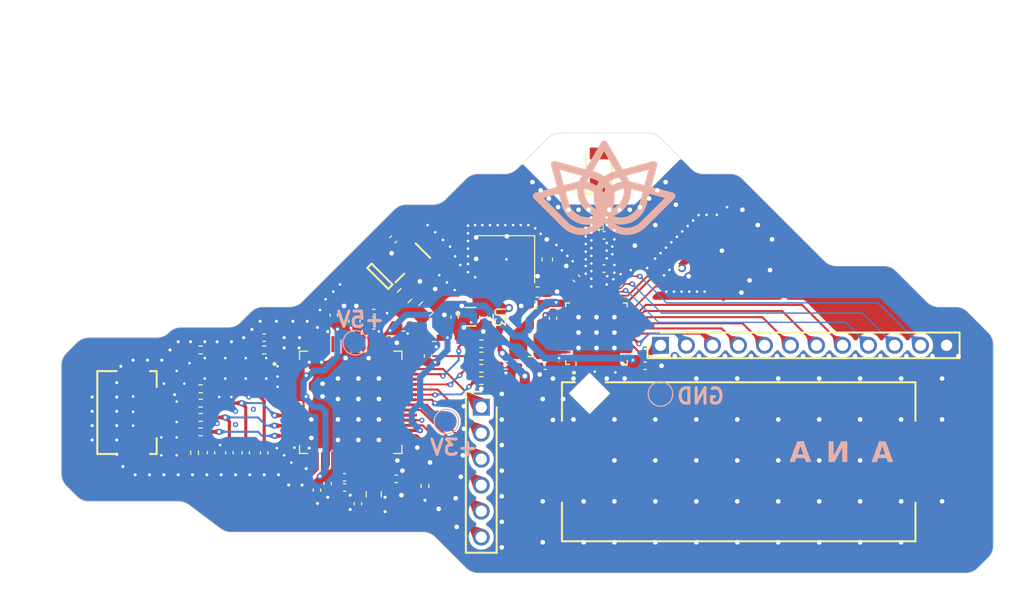
<source format=kicad_pcb>
(kicad_pcb (version 20241229) (generator "pcbnew") (generator_version "9.0")
  (title_block (comment 4 "AISLER Project ID: WZCCUMOU"))
  (layers (0 "F.Cu" signal) (4 "In1.Cu" signal) (6 "In2.Cu" signal) (2 "B.Cu" signal) (13 "F.Paste" user) (15 "B.Paste" user) (5 "F.SilkS" user "F.Silkscreen") (7 "B.SilkS" user "B.Silkscreen") (1 "F.Mask" user) (3 "B.Mask" user) (25 "Edge.Cuts" user))
  (net 0 "")
  (net 1 "GND")
  (net 2 "+PWR")
  (net 3 "+3V")
  (net 4 "/EEGREF")
  (net 5 "/EEG4")
  (net 6 "/EEG3")
  (net 7 "/EEG2")
  (net 8 "/EEG1")
  (net 9 "/VREFP")
  (net 10 "/VCAP4")
  (net 11 "/VCAP1")
  (net 12 "/VCAP2")
  (net 13 "/EEGREFR")
  (net 14 "/EEGBIASINV")
  (net 15 "/VCAP3")
  (net 16 "/DEC1")
  (net 17 "/DEC3")
  (net 18 "/SMPS")
  (net 19 "/RF_MATCH")
  (net 20 "/RF")
  (net 21 "/HSE_IN")
  (net 22 "/HSE_OUT")
  (net 23 "/RF_ANT")
  (net 24 "/EEGBIASR")
  (net 25 "/EEG3R")
  (net 26 "/EEG1R")
  (net 27 "/EEG4R")
  (net 28 "/EEG2R")
  (net 29 "/EEGBIAS")
  (net 30 "/SPI_MISO")
  (net 31 "/SPI_DRDY")
  (net 32 "/SPI_RESET")
  (net 33 "/SPI_MOSI")
  (net 34 "/SPI_SCLK")
  (net 35 "/SPI_CS")
  (net 36 "/SWDIO")
  (net 37 "/SWCLK")
  (net 38 "/SWRST")
  (net 39 "/GPIO22")
  (net 40 "/GPIO19")
  (net 41 "/GPIO23")
  (net 42 "/GPIO18")
  (net 43 "/GPIO16")
  (net 44 "/GPIO20")
  (net 45 "/GPIO13")
  (net 46 "/GPIO24")
  (net 47 "/GPIO14")
  (net 48 "/GPIO15")
  (net 49 "/GPIO17")
  (net 50 "/SMPSL")
  (net 51 "/SMPSLX")
  (net 52 "/CLKSEL")
  (net 53 "/GPIOL")
  (net 54 "/GPIO4")
  (net 55 "/GPIO3")
  (net 56 "/GPIO2")
  (net 57 "/GPIO1")
  (net 58 "/START")
  (net 64 "+5V")
  (net 65 "/PWR_D")
  (net 67 "/SW")
  (footprint "Capacitor_SMD:C_0402_1005Metric_Pad0.74x0.62mm_HandSolder" (layer "F.Cu") (at 112.3325 104.8)
    (property "Reference" "C24" (hide yes))
    (property "Value" "4.7uF")
  )
  (footprint "Capacitor_SMD:C_0402_1005Metric_Pad0.74x0.62mm_HandSolder" (layer "F.Cu") (at 96.5 106.8)
    (property "Reference" "C32" (hide yes))
    (property "Value" "1uF")
  )
  (footprint "foots:PH1-12-UA" (layer "F.Cu") (at 124.5 108.75)
    (property "Reference" "J4" (hide yes))
    (property "Value" "PH1-12-UA" (hide yes))
  )
  (footprint "Capacitor_SMD:C_0402_1005Metric" (layer "F.Cu") (at 118.975 101.25)
    (property "Reference" "C26" (hide yes))
    (property "Value" "0p8")
  )
  (footprint "Resistor_SMD:R_0402_1005Metric_Pad0.72x0.64mm_HandSolder" (layer "F.Cu") (at 79.6 109.2 180)
    (property "Reference" "R8" (hide yes))
    (property "Value" "50K")
  )
  (footprint "Capacitor_SMD:C_0402_1005Metric_Pad0.74x0.62mm_HandSolder" (layer "F.Cu") (at 98.4 98.4 -135)
    (property "Reference" "C3" (hide yes))
    (property "Value" "4.7uF")
  )
  (footprint "Resistor_SMD:R_0402_1005Metric_Pad0.72x0.64mm_HandSolder" (layer "F.Cu") (at 107 112.2)
    (property "Reference" "R14" (hide yes))
    (property "Value" "10K")
  )
  (footprint "foots:TPS7A2030PDQNR" (layer "F.Cu") (at 105.940735 105.954453)
    (property "Reference" "U2" (hide yes))
    (property "Value" "TPS7A2030PDQNR")
  )
  (footprint "Resistor_SMD:R_0402_1005Metric_Pad0.72x0.64mm_HandSolder" (layer "F.Cu") (at 101.5 122.5 -90)
    (property "Reference" "R16" (hide yes))
    (property "Value" "10K")
  )
  (footprint "Capacitor_SMD:C_0402_1005Metric_Pad0.74x0.62mm_HandSolder" (layer "F.Cu") (at 80.6 119.25 90)
    (property "Reference" "C11" (hide yes))
    (property "Value" "4.7nF")
  )
  (footprint "Capacitor_SMD:C_0402_1005Metric_Pad0.74x0.62mm_HandSolder" (layer "F.Cu") (at 94.8 106.4 -90)
    (property "Reference" "C18" (hide yes))
    (property "Value" "100nF")
  )
  (footprint "Capacitor_SMD:C_0402_1005Metric_Pad0.74x0.62mm_HandSolder" (layer "F.Cu") (at 82.4 119.25 -90)
    (property "Reference" "C10" (hide yes))
    (property "Value" "4.7nF")
  )
  (footprint "Capacitor_SMD:C_0402_1005Metric_Pad0.74x0.62mm_HandSolder" (layer "F.Cu") (at 93.65 122.65)
    (property "Reference" "C12" (hide yes))
    (property "Value" "100nF")
  )
  (footprint "foots:TPS613222ADBVT" (layer "F.Cu") (at 97.1 102 -135)
    (property "Reference" "PS1" (hide yes))
    (property "Value" "TPS613222ADBVT" (hide yes))
  )
  (footprint "Capacitor_SMD:C_0402_1005Metric_Pad0.74x0.62mm_HandSolder" (layer "F.Cu") (at 114 106.1 90)
    (property "Reference" "C22" (hide yes))
    (property "Value" "1uF")
  )
  (footprint "foots:687108149022" (layer "F.Cu") (at 73 115.32 -90)
    (property "Reference" "J1" (hide yes))
    (property "Value" "687108149022" (hide yes))
  )
  (footprint "Resistor_SMD:R_0402_1005Metric_Pad0.72x0.64mm_HandSolder" (layer "F.Cu") (at 79.6 117.2 180)
    (property "Reference" "R6" (hide yes))
    (property "Value" "5K")
  )
  (footprint "foots:PH1-06-UA" (layer "F.Cu") (at 107 114.8 -90)
    (property "Reference" "J2" (hide yes))
    (property "Value" "PH1-06-UA" (hide yes))
  )
  (footprint "Resistor_SMD:R_0402_1005Metric_Pad0.72x0.64mm_HandSolder" (layer "F.Cu") (at 107 108.6)
    (property "Reference" "R11" (hide yes))
    (property "Value" "10K")
  )
  (footprint "Fiducial:Fiducial_1mm_Mask2mm" (layer "F.Cu") (at 107.5 95)
    (property "Reference" "FM2" (hide yes))
    (property "Value" "Fiducial")
  )
  (footprint "Fiducial:Fiducial_1mm_Mask2mm" (layer "F.Cu") (at 136.575 102.925)
    (property "Reference" "FM1" (hide yes))
    (property "Value" "Fiducial")
  )
  (footprint "Resistor_SMD:R_0402_1005Metric_Pad0.72x0.64mm_HandSolder" (layer "F.Cu") (at 79.6 115.8)
    (property "Reference" "R5" (hide yes))
    (property "Value" "5K")
  )
  (footprint "Capacitor_SMD:C_0402_1005Metric" (layer "F.Cu") (at 119 98)
    (property "Reference" "C25" (hide yes))
    (property "Value" "0p3")
  )
  (footprint "Capacitor_SMD:C_0402_1005Metric_Pad0.74x0.62mm_HandSolder" (layer "F.Cu") (at 92.6 105.8 90)
    (property "Reference" "C33" (hide yes))
    (property "Value" "1uF")
  )
  (footprint "Capacitor_SMD:C_0402_1005Metric_Pad0.74x0.62mm_HandSolder" (layer "F.Cu") (at 98.7 121.8)
    (property "Reference" "C16" (hide yes))
    (property "Value" "1uF")
  )
  (footprint "Capacitor_SMD:C_0805_2012Metric_Pad1.18x1.45mm_HandSolder" (layer "F.Cu") (at 96.5 123.3 -90)
    (property "Reference" "C15" (hide yes))
    (property "Value" "100uF")
  )
  (footprint "Capacitor_SMD:C_0402_1005Metric_Pad0.74x0.62mm_HandSolder" (layer "F.Cu") (at 101.8 109.8 90)
    (property "Reference" "C35" (hide yes))
    (property "Value" "1uF")
  )
  (footprint "Crystal:Crystal_SMD_3225-4Pin_3.2x2.5mm_HandSoldering" (layer "F.Cu") (at 109.45 100.35 180)
    (property "Reference" "Y1" (hide yes))
    (property "Value" "32MHz")
  )
  (footprint "Capacitor_SMD:C_0402_1005Metric_Pad0.74x0.62mm_HandSolder" (layer "F.Cu") (at 99.4 107)
    (property "Reference" "C34" (hide yes))
    (property "Value" "1uF")
  )
  (footprint "Inductor_SMD:L_1008_2520Metric_Pad1.43x2.20mm_HandSolder" (layer "F.Cu") (at 111.8375 108.75 180)
    (property "Reference" "L2" (hide yes))
    (property "Value" "10uH")
  )
  (footprint "foots:DLF162500LT-5028A1" (layer "F.Cu") (at 118.5 96.3625 90)
    (property "Reference" "FLT1" (hide yes))
    (property "Value" "DLF162500LT-5028A1")
  )
  (footprint "Capacitor_SMD:C_0402_1005Metric_Pad0.74x0.62mm_HandSolder" (layer "F.Cu") (at 85.8 108 180)
    (property "Reference" "C17" (hide yes))
    (property "Value" "1.5nF")
  )
  (footprint "Capacitor_SMD:C_0402_1005Metric_Pad0.74x0.62mm_HandSolder" (layer "F.Cu") (at 107.2 106 -90)
    (property "Reference" "C1" (hide yes))
    (property "Value" "1uF")
  )
  (footprint "Inductor_SMD:L_0402_1005Metric" (layer "F.Cu") (at 118.5 99.75 90)
    (property "Reference" "L4" (hide yes))
    (property "Value" "2n7")
  )
  (footprint "Capacitor_SMD:C_0402_1005Metric_Pad0.74x0.62mm_HandSolder" (layer "F.Cu") (at 93.7 106.4 90)
    (property "Reference" "C31" (hide yes))
    (property "Value" "1uF")
  )
  (footprint "Resistor_SMD:R_0402_1005Metric_Pad0.72x0.64mm_HandSolder" (layer "F.Cu") (at 102.4 108)
    (property "Reference" "R10" (hide yes))
    (property "Value" "1M")
  )
  (footprint "Capacitor_SMD:C_0402_1005Metric_Pad0.74x0.62mm_HandSolder" (layer "F.Cu") (at 90.95 122.9 -90)
    (property "Reference" "C30" (hide yes))
    (property "Value" "1uF")
  )
  (footprint "foots:FTSH10501LDVK" (layer "F.Cu") (at 129.563326 101.436674 -45)
    (property "Reference" "J3" (hide yes))
    (property "Value" "FTSH-105-01-L-DV-K" (hide yes))
  )
  (footprint "foots:DFE252012F-2R2M=P2" (layer "F.Cu") (at 101.3 99.5 -135)
    (property "Reference" "L5" (hide yes))
    (property "Value" "2.2uH" (hide yes))
  )
  (footprint "Resistor_SMD:R_0402_1005Metric_Pad0.72x0.64mm_HandSolder" (layer "F.Cu") (at 79.6 114.4)
    (property "Reference" "R4" (hide yes))
    (property "Value" "5K")
  )
  (footprint "Capacitor_SMD:C_0402_1005Metric_Pad0.74x0.62mm_HandSolder" (layer "F.Cu") (at 93.65 121.65 180)
    (property "Reference" "C13" (hide yes))
    (property "Value" "10uF")
  )
  (footprint "Capacitor_SMD:C_0805_2012Metric" (layer "F.Cu") (at 101.6 105.2 45)
    (property "Reference" "C4" (hide yes))
    (property "Value" "33uF")
  )
  (footprint "foots:1016TR" (layer "F.Cu") (at 132.14 120.13)
    (property "Reference" "U1" (hide yes))
    (property "Value" "1016TR" (hide yes))
  )
  (footprint "Capacitor_SMD:C_0402_1005Metric_Pad0.74x0.62mm_HandSolder" (layer "F.Cu") (at 104.4 106 -90)
    (property "Reference" "C2" (hide yes))
    (property "Value" "1uF")
  )
  (footprint "Capacitor_SMD:C_0805_2012Metric" (layer "F.Cu") (at 99.5 103.9 45)
    (property "Reference" "C5" (hide yes))
    (property "Value" "33uF")
  )
  (footprint "Capacitor_SMD:C_0402_1005Metric_Pad0.74x0.62mm_HandSolder" (layer "F.Cu") (at 113.25 110.75 180)
    (property "Reference" "C20" (hide yes))
    (property "Value" "100nF")
  )
  (footprint "Resistor_SMD:R_0402_1005Metric_Pad0.72x0.64mm_HandSolder" (layer "F.Cu") (at 85.8 109.2)
    (property "Reference" "R9" (hide yes))
    (property "Value" "1M")
  )
  (footprint "Resistor_SMD:R_0402_1005Metric_Pad0.72x0.64mm_HandSolder" (layer "F.Cu") (at 79.6 113)
    (property "Reference" "R3" (hide yes))
    (property "Value" "5K")
  )
  (footprint "Capacitor_SMD:C_0603_1608Metric_Pad1.08x0.95mm_HandSolder" (layer "F.Cu") (at 113.45 100.35 90)
    (property "Reference" "C27" (hide yes))
    (property "Value" "12pF")
  )
  (footprint "foots:AMCA31-2R450G-S1F-T3" (layer "F.Cu") (at 118.5 91.5 90)
    (property "Reference" "L3" (hide yes))
    (property "Value" "AMCA31-2R450G-S1F-T3" (hide yes))
  )
  (footprint "Inductor_SMD:L_0402_1005Metric_Pad0.77x0.64mm_HandSolder" (layer "F.Cu") (at 112.25 106.7)
    (property "Reference" "L1" (hide yes))
    (property "Value" "15nH")
  )
  (footprint "Capacitor_SMD:C_0402_1005Metric_Pad0.74x0.62mm_HandSolder" (layer "F.Cu") (at 123 110.75)
    (property "Reference" "C23" (hide yes))
    (property "Value" "100nF")
  )
  (footprint "Resistor_SMD:R_0402_1005Metric_Pad0.72x0.64mm_HandSolder" (layer "F.Cu") (at 109.4 110.7)
    (property "Reference" "R15" (hide yes))
    (property "Value" "10K")
  )
  (footprint "Resistor_SMD:R_0402_1005Metric_Pad0.72x0.64mm_HandSolder" (layer "F.Cu") (at 107 111)
    (property "Reference" "R13" (hide yes))
    (property "Value" "10K")
  )
  (footprint "Capacitor_SMD:C_0402_1005Metric_Pad0.74x0.62mm_HandSolder" (layer "F.Cu") (at 96.5 105.6)
    (property "Reference" "C19" (hide yes))
    (property "Value" "1uF")
  )
  (footprint "foots:CDBU0130L" (layer "F.Cu") (at 108.8 105.9763 -90)
    (property "Reference" "U3")
    (property "Value" "CDBU0130L")
  )
  (footprint "Resistor_SMD:R_0402_1005Metric_Pad0.72x0.64mm_HandSolder" (layer "F.Cu") (at 107 109.8)
    (property "Reference" "R12" (hide yes))
    (property "Value" "10K")
  )
  (footprint "Resistor_SMD:R_0402_1005Metric_Pad0.72x0.64mm_HandSolder" (layer "F.Cu") (at 79 119.25 -90)
    (property "Reference" "R7" (hide yes))
    (property "Value" "5K")
  )
  (footprint "Fiducial:Fiducial_1mm_Mask2mm" (layer "F.Cu") (at 82 123.5)
    (property "Reference" "FM3" (hide yes))
    (property "Value" "Fiducial")
  )
  (footprint "Capacitor_SMD:C_0603_1608Metric_Pad1.08x0.95mm_HandSolder" (layer "F.Cu") (at 112.5 103.55)
    (property "Reference" "C28" (hide yes))
    (property "Value" "12pF")
  )
  (footprint "Capacitor_SMD:C_0402_1005Metric_Pad0.74x0.62mm_HandSolder" (layer "F.Cu") (at 84 119.25 -90)
    (property "Reference" "C9" (hide yes))
    (property "Value" "4.7nF")
  )
  (footprint "foots:NRF52832-QFAA-R" (layer "F.Cu") (at 118.25 107.6175 90)
    (property "Reference" "U5" (hide yes))
    (property "Value" "nRF52832-QFxx")
  )
  (footprint "foots:ADS1299IPAGR" (layer "F.Cu") (at 94.25 114.32)
    (property "Reference" "U4" (hide yes))
    (property "Value" "ADS1299IPAGR")
  )
  (footprint "Capacitor_SMD:C_0402_1005Metric_Pad0.74x0.62mm_HandSolder" (layer "F.Cu") (at 94.95 124.2325 -90)
    (property "Reference" "C14" (hide yes))
    (property "Value" "1uF")
  )
  (footprint "Capacitor_SMD:C_0402_1005Metric_Pad0.74x0.62mm_HandSolder" (layer "F.Cu") (at 116.3 102.2 -45)
    (property "Reference" "C21" (hide yes))
    (property "Value" "100pF")
  )
  (footprint "Capacitor_SMD:C_0402_1005Metric_Pad0.74x0.62mm_HandSolder" (layer "F.Cu") (at 85.8 119.25 -90)
    (property "Reference" "C8" (hide yes))
    (property "Value" "4.7nF")
  )
  (footprint "Capacitor_SMD:C_0402_1005Metric_Pad0.74x0.62mm_HandSolder" (layer "F.Cu") (at 92 122.25 -90)
    (property "Reference" "C29" (hide yes))
    (property "Value" "1uF")
  )
  (footprint "TestPoint:TestPoint_Pad_D2.0mm" (layer "B.Cu") (at 124.5 113.5)
    (property "Reference" "TP1" (hide yes))
    (property "Value" "GND")
  )
  (footprint "TestPoint:TestPoint_Pad_D2.0mm" (layer "B.Cu") (at 94.7 108.5)
    (property "Reference" "TP3" (hide yes))
    (property "Value" "5V")
  )
  (footprint "TestPoint:TestPoint_Pad_D2.0mm" (layer "B.Cu") (at 103.600707 116.2)
    (property "Reference" "TP2" (hide yes))
    (property "Value" "3V")
  )
  (gr_line (start 125.604015 94.163059) (end 121.724954 93.131897) (stroke (width 0.7)) (layer "B.SilkS"))
  (gr_arc (start 121.004554 92.57562) (mid 119 95.932601) (end 116.995444 92.575621) (stroke (width 0.7)) (layer "B.SilkS"))
  (gr_arc (start 118.040472 92.144645) (mid 118.996781 95.935822) (end 115.205605 94.979515) (stroke (width 0.74)) (layer "B.SilkS"))
  (gr_line (start 122.76023 96.995601) (end 125.604015 94.163059) (stroke (width 0.7)) (layer "B.SilkS"))
  (gr_arc (start 122.76141 97) (mid 119 95.932598) (end 121.723775 93.127498) (stroke (width 0.7)) (layer "B.SilkS"))
  (gr_line (start 114.165526 91.098126) (end 115.212044 94.973072) (stroke (width 0.7)) (layer "B.SilkS"))
  (gr_line (start 119 89.09562) (end 116.999999 92.575621) (stroke (width 0.7)) (layer "B.SilkS"))
  (gr_line (start 122.787936 94.973074) (end 123.834454 91.098128) (stroke (width 0.7)) (layer "B.SilkS"))
  (gr_arc (start 116.276224 93.127499) (mid 119.00001 95.932608) (end 115.238592 97.000002) (stroke (width 0.7)) (layer "B.SilkS"))
  (gr_line (start 121 92.575621) (end 119 89.09562) (stroke (width 0.7)) (layer "B.SilkS"))
  (gr_line (start 116.275046 93.131899) (end 112.395985 94.16306) (stroke (width 0.7)) (layer "B.SilkS"))
  (gr_line (start 123.834454 91.098128) (end 119.959508 92.144647) (stroke (width 0.7)) (layer "B.SilkS"))
  (gr_arc (start 122.791157 94.976293) (mid 118.999893 95.932584) (end 119.956287 92.141426) (stroke (width 0.7)) (layer "B.SilkS"))
  (gr_line (start 112.395985 94.16306) (end 115.23977 96.995602) (stroke (width 0.7)) (layer "B.SilkS"))
  (gr_line (start 118.040472 92.144645) (end 114.165526 91.098126) (stroke (width 0.7)) (layer "B.SilkS"))
  (gr_arc (start 131.295837 92) (mid 131.946391 92.129417) (end 132.497918 92.497918) (stroke (width 0.05)) (layer "Edge.Cuts"))
  (gr_line (start 127.502081 91.502081) (end 124.497918 88.497918) (stroke (width 0.05)) (layer "Edge.Cuts"))
  (gr_arc (start 123.295837 88) (mid 123.946399 88.129405) (end 124.497918 88.497918) (stroke (width 0.05)) (layer "Edge.Cuts"))
  (gr_line (start 75.295837 108) (end 68.704163 108) (stroke (width 0.05)) (layer "Edge.Cuts"))
  (gr_arc (start 66 110.704163) (mid 66.129417 110.053609) (end 66.497918 109.502082) (stroke (width 0.05)) (layer "Edge.Cuts"))
  (gr_line (start 157 128.295837) (end 157 108.704163) (stroke (width 0.05)) (layer "Edge.Cuts"))
  (gr_line (start 76.502081 107.497919) (end 76.497918 107.502082) (stroke (width 0.05)) (layer "Edge.Cuts"))
  (gr_arc (start 103.497918 94.502082) (mid 102.946398 94.870595) (end 102.295837 95) (stroke (width 0.05)) (layer "Edge.Cuts"))
  (gr_arc (start 155.497919 130.502081) (mid 154.946399 130.870595) (end 154.295837 131) (stroke (width 0.05)) (layer "Edge.Cuts"))
  (gr_line (start 131.295837 92) (end 128.704163 92) (stroke (width 0.05)) (layer "Edge.Cuts"))
  (gr_line (start 146.295837 101) (end 141.704163 101) (stroke (width 0.05)) (layer "Edge.Cuts"))
  (gr_arc (start 151.704163 105) (mid 151.053609 104.870583) (end 150.502081 104.502081) (stroke (width 0.05)) (layer "Edge.Cuts"))
  (gr_arc (start 82.566667 127) (mid 82.029085 126.912752) (end 81.546667 126.66) (stroke (width 0.05)) (layer "Edge.Cuts"))
  (gr_line (start 68.704163 124) (end 77.433333 124) (stroke (width 0.05)) (layer "Edge.Cuts"))
  (gr_arc (start 76.502081 107.497919) (mid 77.053599 107.129393) (end 77.704163 107) (stroke (width 0.05)) (layer "Edge.Cuts"))
  (gr_arc (start 101.295837 127) (mid 101.946391 127.129417) (end 102.497919 127.497919) (stroke (width 0.05)) (layer "Edge.Cuts"))
  (gr_arc (start 98.502081 95.497919) (mid 99.053599 95.129393) (end 99.704163 95) (stroke (width 0.05)) (layer "Edge.Cuts"))
  (gr_line (start 113.502081 88.497919) (end 110.497918 91.502082) (stroke (width 0.05)) (layer "Edge.Cuts"))
  (gr_arc (start 141.704163 101) (mid 141.053609 100.870583) (end 140.502081 100.502081) (stroke (width 0.05)) (layer "Edge.Cuts"))
  (gr_line (start 150.502081 104.502081) (end 147.497918 101.497918) (stroke (width 0.05)) (layer "Edge.Cuts"))
  (gr_line (start 155.497919 130.502081) (end 156.502082 129.497918) (stroke (width 0.05)) (layer "Edge.Cuts"))
  (gr_line (start 156.502081 107.502081) (end 154.497918 105.497918) (stroke (width 0.05)) (layer "Edge.Cuts"))
  (gr_line (start 98.502081 95.497919) (end 89.497918 104.502082) (stroke (width 0.05)) (layer "Edge.Cuts"))
  (gr_line (start 106.704163 131) (end 154.295837 131) (stroke (width 0.05)) (layer "Edge.Cuts"))
  (gr_arc (start 68.704163 124) (mid 68.053609 123.870583) (end 67.502082 123.502082) (stroke (width 0.05)) (layer "Edge.Cuts"))
  (gr_arc (start 113.502081 88.497919) (mid 114.053599 88.129393) (end 114.704163 88) (stroke (width 0.05)) (layer "Edge.Cuts"))
  (gr_arc (start 67.502081 108.497919) (mid 68.053601 108.129405) (end 68.704163 108) (stroke (width 0.05)) (layer "Edge.Cuts"))
  (gr_arc (start 153.295837 105) (mid 153.946391 105.129417) (end 154.497918 105.497918) (stroke (width 0.05)) (layer "Edge.Cuts"))
  (gr_arc (start 66.497919 122.497919) (mid 66.129405 121.946399) (end 66 121.295837) (stroke (width 0.05)) (layer "Edge.Cuts"))
  (gr_line (start 140.502081 100.502081) (end 132.497918 92.497918) (stroke (width 0.05)) (layer "Edge.Cuts"))
  (gr_arc (start 106.704163 131) (mid 106.053609 130.870583) (end 105.502082 130.502082) (stroke (width 0.05)) (layer "Edge.Cuts"))
  (gr_line (start 82.295837 107) (end 77.704163 107) (stroke (width 0.05)) (layer "Edge.Cuts"))
  (gr_arc (start 157 128.295837) (mid 156.870583 128.946391) (end 156.502082 129.497918) (stroke (width 0.05)) (layer "Edge.Cuts"))
  (gr_arc (start 77.433333 124) (mid 77.970915 124.087248) (end 78.453333 124.34) (stroke (width 0.05)) (layer "Edge.Cuts"))
  (gr_arc (start 89.497918 104.502082) (mid 88.946401 104.870607) (end 88.295837 105) (stroke (width 0.05)) (layer "Edge.Cuts"))
  (gr_arc (start 83.497918 106.502082) (mid 82.946398 106.870595) (end 82.295837 107) (stroke (width 0.05)) (layer "Edge.Cuts"))
  (gr_arc (start 76.497918 107.502082) (mid 75.946398 107.870595) (end 75.295837 108) (stroke (width 0.05)) (layer "Edge.Cuts"))
  (gr_arc (start 105.502081 92.497919) (mid 106.053599 92.129393) (end 106.704163 92) (stroke (width 0.05)) (layer "Edge.Cuts"))
  (gr_arc (start 110.497918 91.502082) (mid 109.946401 91.870607) (end 109.295837 92) (stroke (width 0.05)) (layer "Edge.Cuts"))
  (gr_line (start 88.295837 105) (end 85.704163 105) (stroke (width 0.05)) (layer "Edge.Cuts"))
  (gr_line (start 102.497919 127.497919) (end 105.502082 130.502082) (stroke (width 0.05)) (layer "Edge.Cuts"))
  (gr_line (start 78.453333 124.34) (end 81.546667 126.66) (stroke (width 0.05)) (layer "Edge.Cuts"))
  (gr_line (start 102.295837 95) (end 99.704163 95) (stroke (width 0.05)) (layer "Edge.Cuts"))
  (gr_line (start 105.502081 92.497919) (end 103.497918 94.502082) (stroke (width 0.05)) (layer "Edge.Cuts"))
  (gr_arc (start 84.502081 105.497919) (mid 85.053599 105.129393) (end 85.704163 105) (stroke (width 0.05)) (layer "Edge.Cuts"))
  (gr_line (start 153.295837 105) (end 151.704163 105) (stroke (width 0.05)) (layer "Edge.Cuts"))
  (gr_line (start 84.502081 105.497919) (end 83.497918 106.502082) (stroke (width 0.05)) (layer "Edge.Cuts"))
  (gr_line (start 66 110.704163) (end 66 121.295837) (stroke (width 0.05)) (layer "Edge.Cuts"))
  (gr_line (start 109.295837 92) (end 106.704163 92) (stroke (width 0.05)) (layer "Edge.Cuts"))
  (gr_arc (start 146.295837 101) (mid 146.946391 101.129417) (end 147.497918 101.497918) (stroke (width 0.05)) (layer "Edge.Cuts"))
  (gr_line (start 123.295837 88) (end 114.704163 88) (stroke (width 0.05)) (layer "Edge.Cuts"))
  (gr_line (start 67.502081 108.497919) (end 66.497918 109.502082) (stroke (width 0.05)) (layer "Edge.Cuts"))
  (gr_line (start 82.566667 127) (end 101.295837 127) (stroke (width 0.05)) (layer "Edge.Cuts"))
  (gr_line (start 66.497919 122.497919) (end 67.502082 123.502082) (stroke (width 0.05)) (layer "Edge.Cuts"))
  (gr_arc (start 128.704163 92) (mid 128.053601 91.870595) (end 127.502081 91.502081) (stroke (width 0.05)) (layer "Edge.Cuts"))
  (gr_arc (start 156.502081 107.502081) (mid 156.870595 108.053601) (end 157 108.704163) (stroke (width 0.05)) (layer "Edge.Cuts"))
  (gr_text "A" (at 139.25 120.5 0) (layer "B.SilkS") (effects (font (size 2 2) (thickness 0.3) (bold yes)) (justify left bottom mirror)))
  (gr_text "A" (at 147.25 120.5 0) (layer "B.SilkS") (effects (font (size 2 2) (thickness 0.3) (bold yes)) (justify left bottom mirror)))
  (gr_text "GND" (at 130.9 114.6 0) (layer "B.SilkS") (effects (font (size 1.5 1.5) (thickness 0.3) (bold yes)) (justify left bottom mirror)))
  (gr_text "+5V\n" (at 97.7 107.1 0) (layer "B.SilkS") (effects (font (size 1.5 1.5) (thickness 0.3) (bold yes)) (justify left bottom mirror)))
  (gr_text "N\n" (at 143 120.5 0) (layer "B.SilkS") (effects (font (size 2 2) (thickness 0.3) (bold yes)) (justify left bottom mirror)))
  (gr_text "+3V\n" (at 106.8 119.6 0) (layer "B.SilkS") (effects (font (size 1.5 1.5) (thickness 0.3) (bold yes)) (justify left bottom mirror)))
  (segment (start 74.6 116.07) (end 73 117.67) (width 0.3) (layer "F.Cu") (net 1))
  (segment (start 94.2175 122.65) (end 94.2175 123.3825) (width 0.6) (layer "F.Cu") (net 1))
  (segment (start 112.7 111.6) (end 112.7 110.7675) (width 0.6) (layer "F.Cu") (net 1))
  (segment (start 99.9675 107) (end 99.9675 107.4325) (width 0.6) (layer "F.Cu") (net 1))
  (segment (start 123.5675 110.75) (end 124.6 110.75) (width 0.6) (layer "F.Cu") (net 1))
  (segment (start 73 117.67) (end 73 118.87) (width 1) (layer "F.Cu") (net 1))
  (segment (start 102.5 104.3) (end 102.271751 104.528249) (width 0.6) (layer "F.Cu") (net 1))
  (segment (start 109.5 98.1) (end 109.1 98.1) (width 0.6) (layer "F.Cu") (net 1))
  (segment (start 99.9675 107.4325) (end 99.8 107.6) (width 0.6) (layer "F.Cu") (net 1))
  (segment (start 128.6653 100.5847) (end 127.25 102) (width 0.6) (layer "F.Cu") (net 1))
  (segment (start 94.5 120) (end 94.5 121.3675) (width 0.2) (layer "F.Cu") (net 1))
  (segment (start 102.5 114.4) (end 102.17 114.07) (width 0.2) (layer "F.Cu") (net 1))
  (segment (start 90.95 123.4675) (end 90.95 124.15) (width 0.6) (layer "F.Cu") (net 1))
  (segment (start 111.665 104.9) (end 111.765 104.8) (width 0.6) (layer "F.Cu") (net 1))
  (segment (start 100.9 102.5) (end 100.171751 103.228249) (width 0.6) (layer "F.Cu") (net 1))
  (segment (start 113.4 99.4375) (end 113.45 99.4875) (width 0.6) (layer "F.Cu") (net 1))
  (segment (start 109.4 111.45) (end 109.4 111.2975) (width 0.6) (layer "F.Cu") (net 1))
  (segment (start 101.5 123.0975) (end 101.5 123.9) (width 0.6) (layer "F.Cu") (net 1))
  (segment (start 106.5 98.2) (end 107 98.2) (width 0.6) (layer "F.Cu") (net 1))
  (segment (start 101 102.5) (end 100.9 102.5) (width 0.6) (layer "F.Cu") (net 1))
  (segment (start 93.6 104.9) (end 93.6 105.7325) (width 0.6) (layer "F.Cu") (net 1))
  (segment (start 94.8 105.8325) (end 94.8 104.9) (width 0.6) (layer "F.Cu") (net 1))
  (segment (start 102.5 103.25) (end 102.5 104.3) (width 0.6) (layer "F.Cu") (net 1))
  (segment (start 102.17 114.07) (end 99.93 114.07) (width 0.2) (layer "F.Cu") (net 1))
  (segment (start 109.4 111.2975) (end 109.9975 110.7) (width 0.6) (layer "F.Cu") (net 1))
  (segment (start 133.339276 99.456775) (end 134.396051 98.4) (width 0.6) (layer "F.Cu") (net 1))
  (segment (start 109.75 100.35) (end 110.9 101.5) (width 0.4) (layer "F.Cu") (net 1))
  (segment (start 129.563326 101.436674) (end 129.563326 100.436674) (width 0.6) (layer "F.Cu") (net 1))
  (segment (start 109.15 100.35) (end 108 99.2) (width 0.4) (layer "F.Cu") (net 1))
  (segment (start 92.6 105.2325) (end 93.2675 105.2325) (width 0.6) (layer "F.Cu") (net 1))
  (segment (start 128.813326 103.5) (end 129.296052 103.5) (width 0.6) (layer "F.Cu") (net 1))
  (segment (start 112.5 102) (end 111.4 102) (width 0.6) (layer "F.Cu") (net 1))
  (segment (start 97.07 114.07) (end 97 114) (width 0.2) (layer "F.Cu") (net 1))
  (segment (start 74.7809 114.57) (end 73 112.7891) (width 0.3) (layer "F.Cu") (net 1))
  (segment (start 134.396051 98.4) (end 135.4 98.4) (width 0.6) (layer "F.Cu") (net 1))
  (segment (start 115.3 101.2) (end 115.898717 101.798717) (width 0.6) (layer "F.Cu") (net 1))
  (segment (start 129.296052 103.5) (end 130.461352 102.3347) (width 0.6) (layer "F.Cu") (net 1))
  (segment (start 101.2 116.07) (end 99.93 116.07) (width 0.2) (layer "F.Cu") (net 1))
  (segment (start 109.1 98.1) (end 108 99.2) (width 0.6) (layer "F.Cu") (net 1))
  (segment (start 97 108.64) (end 97 106.8675) (width 0.35) (layer "F.Cu") (net 1))
  (segment (start 99.3 121) (end 99.3 121.7675) (width 0.6) (layer "F.Cu") (net 1))
  (segment (start 107 98.2) (end 108 99.2) (width 0.6) (layer "F.Cu") (net 1))
  (segment (start 97 106.8675) (end 97.0675 106.8) (width 0.35) (layer "F.Cu") (net 1))
  (segment (start 102.2675 109.2325) (end 102.6 108.9) (width 0.4) (layer "F.Cu") (net 1))
  (segment (start 113.7325 105.8) (end 114 105.5325) (width 0.6) (layer "F.Cu") (net 1))
  (segment (start 92 122.8175) (end 92 123.6) (width 0.6) (layer "F.Cu") (net 1))
  (segment (start 109.45 100.35) (end 109.15 100.35) (width 0.4) (layer "F.Cu") (net 1))
  (segment (start 128.6653 100.538648) (end 128.6653 100.5847) (width 0.6) (layer "F.Cu") (net 1))
  (segment (start 99.93 114.07) (end 97.07 114.07) (width 0.2) (layer "F.Cu") (net 1))
  (segment (start 129.563326 100.436674) (end 130.5 99.5) (width 0.6) (layer "F.Cu") (net 1))
  (segment (start 113.4 98.4) (end 113.4 99.4375) (width 0.6) (layer "F.Cu") (net 1))
  (segment (start 113.4125 103.5) (end 113.3625 103.55) (width 0.6) (layer "F.Cu") (net 1))
  (segment (start 132.441251 98.558749) (end 134 97) (width 0.6) (layer "F.Cu") (net 1))
  (segment (start 94.2175 122.65) (end 94.2175 121.65) (width 0.6) (layer "F.Cu") (net 1))
  (segment (start 112.7 110.7675) (end 112.6825 110.75) (width 0.6) (layer "F.Cu") (net 1))
  (segment (start 97.0675 105.6) (end 97.8 105.6) (width 0.6) (layer "F.Cu") (net 1))
  (segment (start 75.75 114.57) (end 74.7809 114.57) (width 0.3) (layer "F.Cu") (net 1))
  (segment (start 94.5 121.3675) (end 94.2175 121.65) (width 0.2) (layer "F.Cu") (net 1))
  (segment (start 110.9 104.9) (end 111.665 104.9) (width 0.6) (layer "F.Cu") (net 1))
  (segment (start 106.5 100.3) (end 106.9 100.3) (width 0.4) (layer "F.Cu") (net 1))
  (segment (start 99.3 121.7675) (end 99.2675 121.8) (width 0.6) (layer "F.Cu") (net 1))
  (segment (start 115.3 101) (end 115.3 101.2) (width 0.6) (layer "F.Cu") (net 1))
  (segment (start 94.2175 123.3825) (end 94.2 123.4) (width 0.6) (layer "F.Cu") (net 1))
  (segment (start 106.9 100.3) (end 108 99.2) (width 0.4) (layer "F.Cu") (net 1))
  (segment (start 90.95 124.15) (end 91 124.2) (width 0.6) (layer "F.Cu") (net 1))
  (segment (start 75.75 116.07) (end 74.6 116.07) (width 0.3) (layer "F.Cu") (net 1))
  (segment (start 93.6 105.7325) (end 93.7 105.8325) (width 0.6) (layer "F.Cu") (net 1))
  (segment (start 111.4 102) (end 110.9 101.5) (width 0.6) (layer "F.Cu") (net 1))
  (segment (start 109.45 100.35) (end 109.75 100.35) (width 0.4) (layer "F.Cu") (net 1))
  (segment (start 101.8 109.2325) (end 102.2675 109.2325) (width 0.4) (layer "F.Cu") (net 1))
  (segment (start 93.2675 105.2325) (end 93.6 104.9) (width 0.6) (layer "F.Cu") (net 1))
  (segment (start 73 112.7891) (end 73 111.77) (width 1) (layer "F.Cu") (net 1))
  (segment (start 94.95 124.8) (end 94.2 124.8) (width 0.6) (layer "F.Cu") (net 1))
  (segment (start 113.25 105.8) (end 113.7325 105.8) (width 0.6) (layer "F.Cu") (net 1))
  (segment (start 114.4 103.5) (end 113.4125 103.5) (width 0.6) (layer "F.Cu") (net 1))
  (via (at 114.5 95.25) (size 0.75) (drill 0.45) (layers "F.Cu" "B.Cu") (net 1))
  (via (at 140 128) (size 0.8) (drill 0.45) (layers "F.Cu" "B.Cu") (net 1))
  (via (at 120 98.4) (size 0.5) (drill 0.25) (layers "F.Cu" "B.Cu") (net 1))
  (via (at 117.75 102.25) (size 0.5) (drill 0.25) (layers "F.Cu" "B.Cu") (net 1))
  (via (at 117.2 100.35) (size 0.5) (drill 0.25) (layers "F.Cu" "B.Cu") (net 1))
  (via (at 93.2 102.8) (size 0.5) (drill 0.25) (layers "F.Cu" "B.Cu") (net 1))
  (via (at 132.5 95.5) (size 0.8) (drill 0.45) (layers "F.Cu" "B.Cu") (net 1))
  (via (at 110.9 104.9) (size 0.8) (drill 0.45) (layers "F.Cu" "B.Cu") (net 1))
  (via (at 132 128) (size 0.8) (drill 0.45) (layers "F.Cu" "B.Cu") (net 1))
  (via (at 136 116) (size 0.8) (drill 0.45) (layers "F.Cu" "B.Cu") (net 1))
  (via (at 128.813326 103.5) (size 0.5) (drill 0.25) (layers "F.Cu" "B.Cu") (net 1))
  (via (at 71.4 118) (size 0.6) (drill 0.3) (layers "F.Cu" "B.Cu") (net 1))
  (via (at 117.75 97) (size 0.5) (drill 0.25) (layers "F.Cu" "B.Cu") (net 1))
  (via (at 152 112) (size 0.8) (drill 0.45) (layers "F.Cu" "B.Cu") (net 1))
  (via (at 121 112) (size 0.8) (drill 0.45) (layers "F.Cu" "B.Cu") (net 1))
  (via (at 84.4 121.4) (size 0.6) (drill 0.3) (layers "F.Cu" "B.Cu") (net 1))
  (via (at 89.25 108) (size 0.6) (drill 0.3) (layers "F.Cu" "B.Cu") (net 1))
  (via (at 113 128) (size 0.8) (drill 0.45) (layers "F.Cu" "B.Cu") (net 1))
  (via (at 75.8 110.2) (size 0.6) (drill 0.3) (layers "F.Cu" "B.Cu") (net 1))
  (via (at 144 124) (size 0.8) (drill 0.45) (layers "F.Cu" "B.Cu") (net 1))
  (via (at 104.45 100.05) (size 0.5) (drill 0.25) (layers "F.Cu" "B.Cu") (net 1))
  (via (at 88.457106 120.207106) (size 0.5) (drill 0.25) (layers "F.Cu" "B.Cu") (net 1))
  (via (at 91.5 112.5) (size 0.8) (drill 0.45) (layers "F.Cu" "B.Cu") (net 1))
  (via (at 133.2 102.4) (size 0.8) (drill 0.45) (layers "F.Cu" "B.Cu") (net 1))
  (via (at 119.8 99.85) (size 0.5) (drill 0.25) (layers "F.Cu" "B.Cu") (net 1))
  (via (at 119.25 112) (size 0.8) (drill 0.45) (layers "F.Cu" "B.Cu") (net 1))
  (via (at 112.7 111.6) (size 0.8) (drill 0.45) (layers "F.Cu" "B.Cu") (net 1))
  (via (at 105.3 114.7) (size 0.8) (drill 0.45) (layers "F.Cu" "B.Cu") (net 1))
  (via (at 153.6 109.8) (size 0.8) (drill 0.45) (layers "F.Cu" "B.Cu") (net 1))
  (via (at 83.8 108) (size 0.6) (drill 0.3) (layers "F.Cu" "B.Cu") (net 1))
  (via (at 119.25 98.75) (size 0.5) (drill 0.25) (layers "F.Cu" "B.Cu") (net 1))
  (via (at 118.25 106) (size 0.8) (drill 0.45) (layers "F.Cu" "B.Cu") (net 1))
  (via (at 71.4 112.4) (size 0.6) (drill 0.3) (layers "F.Cu" "B.Cu") (net 1))
  (via (at 110.1 97) (size 0.5) (drill 0.25) (layers "F.Cu" "B.Cu") (net 1))
  (via (at 113 124) (size 0.8) (drill 0.45) (layers "F.Cu" "B.Cu") (net 1))
  (via (at 117.75 96.25) (size 0.5) (drill 0.25) (layers "F.Cu" "B.Cu") (net 1))
  (via (at 112.26967 97.31967) (size 0.5) (drill 0.25) (layers "F.Cu" "B.Cu") (net 1))
  (via (at 105.7 101.6) (size 0.5) (drill 0.25) (layers "F.Cu" "B.Cu") (net 1))
  (via (at 90.4 117.8) (size 0.8) (drill 0.45) (layers "F.Cu" "B.Cu") (net 1))
  (via (at 104.95 100.9) (size 0.5) (drill 0.25) (layers "F.Cu" "B.Cu") (net 1))
  (via (at 120 128) (size 0.8) (drill 0.45) (layers "F.Cu" "B.Cu") (net 1))
  (via (at 112 92.8) (size 0.75) (drill 0.45) (layers "F.Cu" "B.Cu") (net 1))
  (via (at 144 128) (size 0.8) (drill 0.45) (layers "F.Cu" "B.Cu") (net 1))
  (via (at 125 92.8) (size 0.75) (drill 0.45) (layers "F.Cu" "B.Cu") (net 1))
  (via (at 131 95.25) (size 0.5) (drill 0.25) (layers "F.Cu" "B.Cu") (net 1))
  (via (at 117 128) (size 0.8) (drill 0.45) (layers "F.Cu" "B.Cu") (net 1))
  (via (at 105.7 97.050002) (size 0.5) (drill 0.25) (layers "F.Cu" "B.Cu") (net 1))
  (via (at 102 120.2) (size 0.8) (drill 0.45) (layers "F.Cu" "B.Cu") (net 1))
  (via (at 120.5 95.5) (size 0.75) (drill 0.45) (layers "F.Cu" "B.Cu") (net 1))
  (via (at 102.6 108.9) (size 0.6) (drill 0.3) (layers "F.Cu" "B.Cu") (net 1))
  (via (at 106.5 100.3) (size 0.8) (drill 0.45) (layers "F.Cu" "B.Cu") (net 1))
  (via (at 74.4 110.2) (size 0.6) (drill 0.3) (layers "F.Cu" "B.Cu") (net 1))
  (via (at 97 112) (size 0.8) (drill 0.45) (layers "F.Cu" "B.Cu") (net 1))
  (via (at 130.8 109.8) (size 0.8) (drill 0.45) (layers "F.Cu" "B.Cu") (net 1))
  (via (at 95 114) (size 0.8) (drill 0.45) (layers "F.Cu" "B.Cu") (net 1))
  (via (at 84 112) (size 0.5) (drill 0.25) (layers "F.Cu" "B.Cu") (net 1))
  (via (at 107.850002 97) (size 0.5) (drill 0.25) (layers "F.Cu" "B.Cu") (net 1))
  (via (at 98.75 108.5) (size 0.8) (drill 0.45) (layers "F.Cu" "B.Cu") (net 1))
  (via (at 80 112) (size 0.5) (drill 0.25) (layers "F.Cu" "B.Cu") (net 1))
  (via (at 127.68934 96.56066) (size 0.5) (drill 0.25) (layers "F.Cu" "B.Cu") (net 1))
  (via (at 97.8 105.6) (size 0.5) (drill 0.25) (layers "F.Cu" "B.Cu") (net 1))
  (via (at 71.4 116.6) (size 0.6) (drill 0.3) (layers "F.Cu" "B.Cu") (net 1))
  (via (at 109 118.5) (size 0.8) (drill 0.45) (layers "F.Cu" "B.Cu") (net 1))
  (via (at 89.5 122.4) (size 0.6) (drill 0.3) (layers "F.Cu" "B.Cu") (net 1))
  (via (at 91.5 113.75) (size 0.8) (drill 0.45) (layers "F.Cu" "B.Cu") (net 1))
  (via (at 148 128) (size 0.8) (drill 0.45) (layers "F.Cu" "B.Cu") (net 1))
  (via (at 93.75 110) (size 0.8) (drill 0.45) (layers "F.Cu" "B.Cu") (net 1))
  (via (at 100.75 118.75) (size 0.8) (drill 0.45) (layers "F.Cu" "B.Cu") (net 1))
  (via (at 124.50736 99.74264) (size 0.5) (drill 0.25) (layers "F.Cu" "B.Cu") (net 1))
  (via (at 76 121.4) (size 0.6) (drill 0.3) (layers "F.Cu" "B.Cu") (net 1))
  (via (at 109.35 97) (size 0.5) (drill 0.25) (layers "F.Cu" "B.Cu") (net 1))
  (via (at 80 108.4) (size 0.6) (drill 0.3) (layers "F.Cu" "B.Cu") (net 1))
  (via (at 88.6 106.4) (size 0.6) (drill 0.3) (layers "F.Cu" "B.Cu") (net 1))
  (via (at 124 116) (size 0.8) (drill 0.45) (layers "F.Cu" "B.Cu") (net 1))
  (via (at 151.06 109.8) (size 0.8) (drill 0.45) (layers "F.Cu" "B.Cu") (net 1))
  (via (at 97 107.4) (size 0.5) (drill 0.25) (layers "F.Cu" "B.Cu") (net 1))
  (via (at 80 110) (size 0.5) (drill 0.25) (layers "F.Cu" "B.Cu") (net 1))
  (via (at 117.2 101) (size 0.5) (drill 0.25) (layers "F.Cu" "B.Cu") (net 1))
  (via (at 119.25 97) (size 0.5) (drill 0.25) (layers "F.Cu" "B.Cu") (net 1))
  (via (at 126.563328 103.5) (size 0.5) (drill 0.25) (layers "F.Cu" "B.Cu") (net 1))
  (via (at 119.5 95.5) (size 0.75) (drill 0.45) (layers "F.Cu" "B.Cu") (net 1))
  (via (at 135.2 101.4) (size 0.8) (drill 0.45) (layers "F.Cu" "B.Cu") (net 1))
  (via (at 103.65 102.6) (size 0.5) (drill 0.25) (layers "F.Cu" "B.Cu") (net 1))
  (via (at 84.75 115) (size 0.5) (drill 0.25) (layers "F.Cu" "B.Cu") (net 1))
  (via (at 87.1 110.8) (size 0.5) (drill 0.25) (layers "F.Cu" "B.Cu") (net 1))
  (via (at 119.3 102) (size 0.5) (drill 0.25) (layers "F.Cu" "B.Cu") (net 1))
  (via (at 94.2 123.4) (size 0.6) (drill 0.3) (layers "F.Cu" "B.Cu") (net 1))
  (via (at 128.063326 103.5) (size 0.5) (drill 0.25) (layers "F.Cu" "B.Cu") (net 1))
  (via (at 148 124) (size 0.8) (drill 0.45) (layers "F.Cu" "B.Cu") (net 1))
  (via (at 87.75 119.5) (size 0.5) (drill 0.25) (layers "F.Cu" "B.Cu") (net 1))
  (via (at 140 120) (size 0.8) (drill 0.45) (layers "F.Cu" "B.Cu") (net 1))
  (via (at 125.37868 101.37132) (size 0.5) (drill 0.25) (layers "F.Cu" "B.Cu") (net 1))
  (via (at 87.1 111.8) (size 0.5) (drill 0.25) (layers "F.Cu" "B.Cu") (net 1))
  (via (at 77.25 111.25) (size 0.5) (drill 0.25) (layers "F.Cu" "B.Cu") (net 1))
  (via (at 116.5 106) (size 0.8) (drill 0.45) (layers "F.Cu" "B.Cu") (net 1))
  (via (at 101.75 97) (size 0.5) (drill 0.25) (layers "F.Cu" "B.Cu") (net 1))
  (via (at 140.96 109.8) (size 0.8) (drill 0.45) (layers "F.Cu" "B.Cu") (net 1))
  (via (at 97.6 123.6) (size 0.6) (drill 0.3) (layers "F.Cu" "B.Cu") (net 1))
  (via (at 105.2 119.5) (size 0.8) (drill 0.45) (layers "F.Cu" "B.Cu") (net 1))
  (via (at 135.4 98.4) (size 0.8) (drill 0.45) (layers "F.Cu" "B.Cu") (net 1))
  (via (at 117.2 101.75) (size 0.5) (drill 0.25) (layers "F.Cu" "B.Cu") (net 1))
  (via (at 89.2 109) (size 0.6) (drill 0.3) (layers "F.Cu" "B.Cu") (net 1))
  (via (at 73 110.2) (size 0.6) (drill 0.3) (layers "F.Cu" "B.Cu") (net 1))
  (via (at 87.75 108) (size 0.6) (drill 0.3) (layers "F.Cu" "B.Cu") (net 1))
  (via (at 102.9 101.9) (size 0.5) (drill 0.25) (layers "F.Cu" "B.Cu") (net 1))
  (via (at 120 101.65) (size 0.5) (drill 0.25) (layers "F.Cu" "B.Cu") (net 1))
  (via (at 105.7 100.8) (size 0.5) (drill 0.25) (layers "F.Cu" "B.Cu") (net 1))
  (via (at 81.5 118.5) (size 0.5) (drill 0.25) (layers "F.Cu" "B.Cu") (net 1))
  (via (at 71.4 115.2) (size 0.6) (drill 0.3) (layers "F.Cu" "B.Cu") (net 1))
  (via (at 119.9 102.3) (size 0.5) (drill 0.25) (layers "F.Cu" "B.Cu") (net 1))
  (via (at 106.4 102.1) (size 0.5) (drill 0.25) (layers "F.Cu" "B.Cu") (net 1))
  (via (at 73.2 121.4) (size 0.6) (drill 0.3) (layers "F.Cu" "B.Cu") (net 1))
  (via (at 120 116) (size 0.8) (drill 0.45) (layers "F.Cu" "B.Cu") (net 1))
  (via (at 120 124) (size 0.8) (drill 0.45) (layers "F.Cu" "B.Cu") (net 1))
  (via (at 87.75 109) (size 0.6) (drill 0.3) (layers "F.Cu" "B.Cu") (net 1))
  (via (at 119.25 96.25) (size 0.5) (drill 0.25) (layers "F.Cu" "B.Cu") (net 1))
  (via (at 120 97.5) (size 0.5) (drill 0.25) (layers "F.Cu" "B.Cu") (net 1))
  (via (at 127.15901 97.09099) (size 0.5) (drill 0.25) (layers "F.Cu" "B.Cu") (net 1))
  (via (at 133.34 109.8) (size 0.8) (drill 0.45) (layers "F.Cu" "B.Cu") (net 1))
  (via (at 109 113.5) (size 0.8) (drill 0.45) (layers "F.Cu" "B.Cu") (net 1))
  (via (at 82.6 108.4) (size 0.6) (drill 0.3) (layers "F.Cu" "B.Cu") (net 1))
  (via (at 93 116) (size 0.8) (drill 0.45) (layers "F.Cu" "B.Cu") (net 1))
  (via (at 120 120) (size 0.8) (drill 0.45) (layers "F.Cu" "B.Cu") (net 1))
  (via (at 106.4 97.000002) (size 0.5) (drill 0.25) (layers "F.Cu" "B.Cu") (net 1))
  (via (at 80.2 121.4) (size 0.6) (drill 0.3) (layers "F.Cu" "B.Cu") (net 1))
  (via (at 97.6 125) (size 0.6) (drill 0.3) (layers "F.Cu" "B.Cu") (net 1))
  (via (at 101.5 123.9) (size 0.6) (drill 0.3) (layers "F.Cu" "B.Cu") (net 1))
  (via (at 86 112) (size 0.5) (drill 0.25) (layers "F.Cu" "B.Cu") (net 1))
  (via (at 118.075 111.325) (size 0.5) (drill 0.25) (layers "F.Cu" "B.Cu") (net 1))
  (via (at 87.042894 118.792894) (size 0.5) (drill 0.25) (layers "F.Cu" "B.Cu") (net 1))
  (via (at 118.25 107.5) (size 0.8) (drill 0.45) (layers "F.Cu" "B.Cu") (net 1))
  (via (at 113 114) (size 0.8) (drill 0.45) (layers "F.Cu" "B.Cu") (net 1))
  (via (at 91 107) (size 0.6) (drill 0.3) (layers "F.Cu" "B.Cu") (net 1))
  (via (at 120 100.9) (size 0.5) (drill 0.25) (layers "F.Cu" "B.Cu") (net 1))
  (via (at 136 120) (size 0.8) (drill 0.45) (layers "F.Cu" "B.Cu") (net 1))
  (via (at 123.97703 100.27297) (size 0.5) (drill 0.25) (layers "F.Cu" "B.Cu") (net 1))
  (via (at 132 116) (size 0.8) (drill 0.45) (layers "F.Cu" "B.Cu") (net 1))
  (via (at 148 112) (size 0.8) (drill 0.45) (layers "F.Cu" "B.Cu") (net 1))
  (via (at 105.7 97.800001) (size 0.5) (drill 0.25) (layers "F.Cu" "B.Cu") (net 1))
  (via (at 91.8 104.25) (size 0.5) (drill 0.25) (layers "F.Cu" "B.Cu") (net 1))
  (via (at 128 112) (size 0.8) (drill 0.45) (layers "F.Cu" "B.Cu") (net 1))
  (via (at 94.8 104.9) (size 0.8) (drill 0.45) (layers "F.Cu" "B.Cu") (net 1))
  (via (at 74.6 121.4) (size 0.6) (drill 0.3) (layers "F.Cu" "B.Cu") (net 1))
  (via (at 105 121.6) (size 0.8) (drill 0.45) (layers "F.Cu" "B.Cu") (net 1))
  (via (at 102.832234 124.732234) (size 0.8) (drill 0.45) (layers "F.Cu" "B.Cu") (net 1))
  (via (at 81.4 113.8) (size 0.5) (drill 0.25) (layers "F.Cu" "B.Cu") (net 1))
  (via (at 124 124) (size 0.8) (drill 0.45) (layers "F.Cu" "B.Cu") (net 1))
  (via (at 132 124) (size 0.8) (drill 0.45) (layers "F.Cu" "B.Cu") (net 1))
  (via (at 72 120.6) (size 0.6) (drill 0.3) (layers "F.Cu" "B.Cu") (net 1))
  (via (at 121.5 95.5) (size 0.75) (drill 0.45) (layers "F.Cu" "B.Cu") (net 1))
  (via (at 114.4 103.5) (size 0.8) (drill 0.45) (layers "F.Cu" "B.Cu") (net 1))
  (via (at 132 112) (size 0.8) (drill 0.45) (layers "F.Cu" "B.Cu") (net 1))
  (via (at 116 116) (size 0.8) (drill 0.45) (layers "F.Cu" "B.Cu") (net 1))
  (via (at 76.6 109.2) (size 0.6) (drill 0.3) (layers "F.Cu" "B.Cu") (net 1))
  (via (at 115.5 95.5) (size 0.75) (drill 0.45) (layers "F.Cu" "B.Cu") (net 1))
  (via (at 77.25 119.5) (size 0.5) (drill 0.25) (layers "F.Cu" "B.Cu") (net 1))
  (via (at 127.313327 103.5) (size 0.5) (drill 0.25) (layers "F.Cu" "B.Cu") (net 1))
  (via (at 91 124.2) (size 0.6) (drill 0.3) (layers "F.Cu" "B.Cu") (net 1))
  (via (at 124.6 110.75) (size 0.8) (drill 0.45) (layers "F.Cu" "B.Cu") (net 1))
  (via (at 119.25 100.25) (size 0.5) (drill 0.25) (layers "F.Cu" "B.Cu") (net 1))
  (via (at 124 120) (size 0.8) (drill 0.45) (layers "F.Cu" "B.Cu") (net 1))
  (via (at 117.75 97.75) (size 0.5) (drill 0.25) (layers "F.Cu" "B.Cu") (net 1))
  (via (at 120 107.5) (size 0.8) (drill 0.45) (layers "F.Cu" "B.Cu") (net 1))
  (via (at 115.3 101) (size 0.8) (drill 0.45) (layers "F.Cu" "B.Cu") (net 1))
  (via (at 78 112.5) (size 0.5) (drill 0.25) (layers "F.Cu" "B.Cu") (net 1))
  (via (at 132 120) (size 0.8) (drill 0.45) (layers "F.Cu" "B.Cu") (net 1))
  (via (at 97 118) (size 0.8) (drill 0.45) (layers "F.Cu" "B.Cu") (net 1))
  (via (at 89.9 120.8) (size 0.6) (drill 0.3) (layers "F.Cu" "B.Cu") (net 1))
  (via (at 136 124) (size 0.8) (drill 0.45) (layers "F.Cu" "B.Cu") (net 1))
  (via (at 99.2 123.4) (size 0.8) (drill 0.45) (layers "F.Cu" "B.Cu") (net 1))
  (via (at 96 110) (size 0.8) (drill 0.45) (layers "F.Cu" "B.Cu") (net 1))
  (via (at 114 116.036794) (size 0.8) (drill 0.45) (layers "F.Cu" "B.Cu") (net 1))
  (via (at 103.25 98.45) (size 0.5) (drill 0.25) (layers "F.Cu" "B.Cu") (net 1))
  (via (at 114.33934 98.93934) (size 0.5) (drill 0.25) (layers "F.Cu" "B.Cu") (net 1))
  (via (at 106.5 98.2) (size 0.8) (drill 0.45) (layers "F.Cu" "B.Cu") (net 1))
  (via (at 85.8 121.4) (size 0.6) (drill 0.3) (layers "F.Cu" "B.Cu") (net 1))
  (via (at 94.2 124.8) (size 0.6) (drill 0.3) (layers "F.Cu" "B.Cu") (net 1))
  (via (at 112.8 97.85) (size 0.5) (drill 0.25) (layers "F.Cu" "B.Cu") (net 1))
  (via (at 76 112.5) (size 0.5) (drill 0.25) (layers "F.Cu" "B.Cu") (net 1))
  (via (at 92 107.4) (size 0.6) (drill 0.3) (layers "F.Cu" "B.Cu") (net 1))
  (via (at 81.2 116.4) (size 0.5) (drill 0.25) (layers "F.Cu" "B.Cu") (net 1))
  (via (at 126 95) (size 0.8) (drill 0.45) (layers "F.Cu" "B.Cu") (net 1))
  (via (at 73 116.6) (size 0.5) (drill 0.25) (layers "F.Cu" "B.Cu") (net 1))
  (via (at 113.6 94.4) (size 0.75) (drill 0.45) (layers "F.Cu" "B.Cu") (net 1))
  (via (at 124.2 93.6) (size 0.75) (drill 0.45) (layers "F.Cu" "B.Cu") (net 1))
  (via (at 109 123.5) (size 0.8) (drill 0.45) (layers "F.Cu" "B.Cu") (net 1))
  (via (at 75.75 117.75) (size 0.5) (drill 0.25) (layers "F.Cu" "B.Cu") (net 1))
  (via (at 84.6 107.2) (size 0.6) (drill 0.3) (layers "F.Cu" "B.Cu") (net 1))
  (via (at 88.75 118.75) (size 0.5) (drill 0.25) (layers "F.Cu" "B.Cu") (net 1))
  (via (at 124.84835 101.90165) (size 0.5) (drill 0.25) (layers "F.Cu" "B.Cu") (net 1))
  (via (at 82.6 113.8) (size 0.5) (drill 0.25) (layers "F.Cu" "B.Cu") (net 1))
  (via (at 75.75 119.5) (size 0.5) (drill 0.25) (layers "F.Cu" "B.Cu") (net 1))
  (via (at 128 124) (size 0.8) (drill 0.45) (layers "F.Cu" "B.Cu") (net 1))
  (via (at 102.5 97.7) (size 0.5) (drill 0.25) (layers "F.Cu" "B.Cu") (net 1))
  (via (at 83 115.2) (size 0.5) (drill 0.25) (layers "F.Cu" "B.Cu") (net 1))
  (via (at 123.2 101.2) (size 0.5) (drill 0.25) (layers "F.Cu" "B.Cu") (net 1))
  (via (at 71.4 113.8) (size 0.6) (drill 0.3) (layers "F.Cu" "B.Cu") (net 1))
  (via (at 102.5 103.25) (size 0.8) (drill 0.45) (layers "F.Cu" "B.Cu") (net 1))
  (via (at 144 120) (size 0.8) (drill 0.45) (layers "F.Cu" "B.Cu") (net 1))
  (via (at 84 110) (size 0.5) (drill 0.25) (layers "F.Cu" "B.Cu") (net 1))
  (via (at 152 116) (size 0.8) (drill 0.45) (layers "F.Cu" "B.Cu") (net 1))
  (via (at 128 116) (size 0.8) (drill 0.45) (layers "F.Cu" "B.Cu") (net 1))
  (via (at 132.4 103.6) (size 0.8) (drill 0.45) (layers "F.Cu" "B.Cu") (net 1))
  (via (at 81.2 108.4) (size 0.6) (drill 0.3) (layers "F.Cu" "B.Cu") (net 1))
  (via (at 105.3 116.9) (size 0.8) (drill 0.45) (layers "F.Cu" "B.Cu") (net 1))
  (via (at 134 97) (size 0.8) (drill 0.45) (layers "F.Cu" "B.Cu") (net 1))
  (via (at 104.4 103.35) (size 0.5) (drill 0.25) (layers "F.Cu" "B.Cu") (net 1))
  (via (at 140 112) (size 0.8) (drill 0.45) (layers "F.Cu" "B.Cu") (net 1))
  (via (at 101 102.5) (size 0.8) (drill 0.45) (layers "F.Cu" "B.Cu") (net 1))
  (via (at 120 106) (size 0.8) (drill 0.45) (layers "F.Cu" "B.Cu") (net 1))
  (via (at 69 113.8) (size 0.6) (drill 0.3) (layers "F.Cu" "B.Cu") (net 1))
  (via (at 126.62868 97.62132) (size 0.5) (drill 0.25) (layers "F.Cu" "B.Cu") (net 1))
  (via (at 124 97) (size 0.8) (drill 0.45) (layers "F.Cu" "B.Cu") (net 1))
  (via (at 117.75 103) (size 0.5) (drill 0.25) (layers "F.Cu" "B.Cu") (net 1))
  (via (at 117.5 95.5) (size 0.75) (drill 0.45) (layers "F.Cu" "B.Cu") (net 1))
  (via (at 109 126) (size 0.8) (drill 0.45) (layers "F.Cu" "B.Cu") (net 1))
  (via (at 81.6 121.4) (size 0.6) (drill 0.3) (layers "F.Cu" "B.Cu") (net 1))
  (via (at 116.5 109) (size 0.8) (drill 0.45) (layers "F.Cu" "B.Cu") (net 1))
  (via (at 88.2 122.4) (size 0.6) (drill 0.3) (layers "F.Cu" "B.Cu") (net 1))
  (via (at 93 112) (size 0.8) (drill 0.45) (layers "F.Cu" "B.Cu") (net 1))
  (via (at 77.4 108.4) (size 0.6) (drill 0.3) (layers "F.Cu" "B.Cu") (net 1))
  (via (at 86 110) (size 0.5) (drill 0.25) (layers "F.Cu" "B.Cu") (net 1))
  (via (at 73 113.75) (size 0.5) (drill 0.25) (layers "F.Cu" "B.Cu") (net 1))
  (via (at 90.2 110.4) (size 0.6) (drill 0.3) (layers "F.Cu" "B.Cu") (net 1))
  (via (at 69 116.6) (size 0.6) (drill 0.3) (layers "F.Cu" "B.Cu") (net 1))
  (via (at 123.4 94.4) (size 0.75) (drill 0.45) (layers "F.Cu" "B.Cu") (net 1))
  (via (at 140 116) (size 0.8) (drill 0.45) (layers "F.Cu" "B.Cu") (net 1))
  (via (at 91.25 105.3) (size 0.5) (drill 0.25) (layers "F.Cu" "B.Cu") (net 1))
  (via (at 140 124) (size 0.8) (drill 0.45) (layers "F.Cu" "B.Cu") (net 1))
  (via (at 101.2 116.07) (size 0.5) (drill 0.25) (layers "F.Cu" "B.Cu") (net 1))
  (via (at 91.4 110.4) (size 0.6) (drill 0.3) (layers "F.Cu" "B.Cu") (net 1))
  (via (at 152 124) (size 0.8) (drill 0.45) (layers "F.Cu" "B.Cu") (net 1))
  (via (at 117.2 97.25) (size 0.5) (drill 0.25) (layers "F.Cu" "B.Cu") (net 1))
  (via (at 115.93033 100.53033) (size 0.5) (drill 0.25) (layers "F.Cu" "B.Cu") (net 1))
  (via (at 105.3 107) (size 0.8) (drill 0.45) (layers "F.Cu" "B.Cu") (net 1))
  (via (at 130.5 99.5) (size 0.8) (drill 0.45) (layers "F.Cu" "B.Cu") (net 1))
  (via (at 125.063328 103.5) (size 0.5) (drill 0.25) (layers "F.Cu" "B.Cu") (net 1))
  (via (at 136 112) (size 0.8) (drill 0.45) (layers "F.Cu" "B.Cu") (net 1))
  (via (at 119.25 99.5) (size 0.5) (drill 0.25) (layers "F.Cu" "B.Cu") (net 1))
  (via (at 90.2 118.8) (size 0.6) (drill 0.3) (layers "F.Cu" "B.Cu") (net 1))
  (via (at 82 110) (size 0.5) (drill 0.25) (layers "F.Cu" "B.Cu") (net 1))
  (via (at 77.25 117.75) (size 0.5) (drill 0.25) (layers "F.Cu" "B.Cu") (net 1))
  (via (at 112.5 102) (size 0.8) (drill 0.45) (layers "F.Cu" "B.Cu") (net 1))
  (via (at 110.85 97) (size 0.5) (drill 0.25) (layers "F.Cu" "B.Cu") (net 1))
  (via (at 117.75 100) (size 0.5) (drill 0.25) (layers "F.Cu" "B.Cu") (net 1))
  (via (at 109.45 100.35) (size 0.5) (drill 0.25) (layers "F.Cu" "B.Cu") (net 1))
  (via (at 78.6 108.4) (size 0.6) (drill 0.3) (layers "F.Cu" "B.Cu") (net 1))
  (via (at 123 109.1) (size 0.5) (drill 0.25) (layers "F.Cu" "B.Cu") (net 1))
  (via (at 95 112) (size 0.8) (drill 0.45) (layers "F.Cu" "B.Cu") (net 1))
  (via (at 111.6 97) (size 0.5) (drill 0.25) (layers "F.Cu" "B.Cu") (net 1))
  (via (at 93 114) (size 0.8) (drill 0.45) (layers "F.Cu" "B.Cu") (net 1))
  (via (at 122 99) (size 0.8) (drill 0.45) (layers "F.Cu" "B.Cu") (net 1))
  (via (at 107 113) (size 0.8) (drill 0.45) (layers "F.Cu" "B.Cu") (net 1))
  (via (at 73 115.25) (size 0.5) (drill 0.25) (layers "F.Cu" "B.Cu") (net 1))
  (via (at 107.2 107.4) (size 0.8) (drill 0.45) (layers "F.Cu" "B.Cu") (net 1))
  (via (at 104.5 123.7) (size 0.8) (drill 0.45) (layers "F.Cu" "B.Cu") (net 1))
  (via (at 114.86967 99.46967) (size 0.5) (drill 0.25) (layers "F.Cu" "B.Cu") (net 1))
  (via (at 95 118) (size 0.8) (drill 0.45) (layers "F.Cu" "B.Cu") (net 1))
  (via (at 116.5 95.5) (size 0.75) (drill 0.45) (layers "F.Cu" "B.Cu") (net 1))
  (via (at 92.55 103.5) (size 0.5) (drill 0.25) (layers "F.Cu" "B.Cu") (net 1))
  (via (at 125.9 109.8) (size 0.8) (drill 0.45) (layers "F.Cu" "B.Cu") (net 1))
  (via (at 109 128.5) (size 0.8) (drill 0.45) (layers "F.Cu" "B.Cu") (net 1))
  (via (at 109.4 111.45) (size 0.6) (drill 0.3) (layers "F.Cu" "B.Cu") (net 1))
  (via (at 117.75 98.5) (size 0.5) (drill 0.25) (layers "F.Cu" "B.Cu") (net 1))
  (via (at 138.42 109.8) (size 0.8) (drill 0.45) (layers "F.Cu" "B.Cu") (net 1))
  (via (at 144 116) (size 0.8) (drill 0.45) (layers "F.Cu" "B.Cu") (net 1))
  (via (at 102.5 114.4) (size 0.5) (drill 0.25) (layers "F.Cu" "B.Cu") (net 1))
  (via (at 105.7 100.05) (size 0.5) (drill 0.25) (layers "F.Cu" "B.Cu") (net 1))
  (via (at 128.26 109.8) (size 0.8) (drill 0.45) (layers "F.Cu" "B.Cu") (net 1))
  (via (at 120.6 101.8) (size 0.5) (drill 0.25) (layers "F.Cu" "B.Cu") (net 1))
  (via (at 77.25 116.25) (size 0.5) (drill 0.25) (layers "F.Cu" "B.Cu") (net 1))
  (via (at 105.7 99.3) (size 0.5) (drill 0.25) (layers "F.Cu" "B.Cu") (net 1))
  (via (at 144 112) (size 0.8) (drill 0.45) (layers "F.Cu" "B.Cu") (net 1))
  (via (at 99.3 121) (size 0.8) (drill 0.45) (layers "F.Cu" "B.Cu") (net 1))
  (via (at 129 96) (size 0.5) (drill 0.25) (layers "F.Cu" "B.Cu") (net 1))
  (via (at 128.21967 96.03033) (size 0.5) (drill 0.25) (layers "F.Cu" "B.Cu") (net 1))
  (via (at 97 114) (size 0.8) (drill 0.45) (layers "F.Cu" "B.Cu") (net 1))
  (via (at 136 128) (size 0.8) (drill 0.45) (layers "F.Cu" "B.Cu") (net 1))
  (via (at 115 114) (size 0.8) (drill 0.45) (layers "F.Cu" "B.Cu") (net 1))
  (via (at 90.4 116) (size 0.8) (drill 0.45) (layers "F.Cu" "B.Cu") (net 1))
  (via (at 122.5 95.25) (size 0.75) (drill 0.45) (layers "F.Cu" "B.Cu") (net 1))
  (via (at 107.100002 97) (size 0.5) (drill 0.25) (layers "F.Cu" "B.Cu") (net 1))
  (via (at 105.7 98.55) (size 0.5) (drill 0.25) (layers "F.Cu" "B.Cu") (net 1))
  (via (at 117.75 101.5) (size 0.5) (drill 0.25) (layers "F.Cu" "B.Cu") (net 1))
  (via (at 125.813328 103.5) (size 0.5) (drill 0.25) (layers "F.Cu" "B.Cu") (net 1))
  (via (at 98.8 120) (size 0.8) (drill 0.45) (layers "F.Cu" "B.Cu") (net 1))
  (via (at 116.5 107.5) (size 0.8) (drill 0.45) (layers "F.Cu" "B.Cu") (net 1))
  (via (at 117.2 99.6) (size 0.5) (drill 0.25) (layers "F.Cu" "B.Cu") (net 1))
  (via (at 78.8 121.4) (size 0.6) (drill 0.3) (layers "F.Cu" "B.Cu") (net 1))
  (via (at 117 124) (size 0.8) (drill 0.45) (layers "F.Cu" "B.Cu") (net 1))
  (via (at 117.2 98.1) (size 0.5) (drill 0.25) (layers "F.Cu" "B.Cu") (net 1))
  (via (at 103.95 99.1) (size 0.5) (drill 0.25) (layers "F.Cu" "B.Cu") (net 1))
  (via (at 120 109) (size 0.8) (drill 0.45) (layers "F.Cu" "B.Cu") (net 1))
  (via (at 98.25 99.75) (size 0.8) (drill 0.45) (layers "F.Cu" "B.Cu") (net 1))
  (via (at 130 96) (size 0.5) (drill 0.25) (layers "F.Cu" "B.Cu") (net 1))
  (via (at 113.4 98.4) (size 0.8) (drill 0.45) (layers "F.Cu" "B.Cu") (net 1))
  (via (at 112.8 93.6) (size 0.75) (drill 0.45) (layers "F.Cu" "B.Cu") (net 1))
  (via (at 83 121.4) (size 0.6) (drill 0.3) (layers "F.Cu" "B.Cu") (net 1))
  (via (at 135.88 109.8) (size 0.8) (drill 0.45) (layers "F.Cu" "B.Cu") (net 1))
  (via (at 124 128) (size 0.8) (drill 0.45) (layers "F.Cu" "B.Cu") (net 1))
  (via (at 143.5 109.8) (size 0.8) (drill 0.45) (layers "F.Cu" "B.Cu") (net 1))
  (via (at 77.4 121.4) (size 0.6) (drill 0.3) (layers "F.Cu" "B.Cu") (net 1))
  (via (at 92 123.6) (size 0.6) (drill 0.3) (layers "F.Cu" "B.Cu") (net 1))
  (via (at 125.03769 99.21231) (size 0.5) (drill 0.25) (layers "F.Cu" "B.Cu") (net 1))
  (via (at 97 116) (size 0.8) (drill 0.45) (layers "F.Cu" "B.Cu") (net 1))
  (via (at 77.25 114.25) (size 0.5) (drill 0.25) (layers "F.Cu" "B.Cu") (net 1))
  (via (at 87.1 112.8) (size 0.5) (drill 0.25) (layers "F.Cu" "B.Cu") (net 1))
  (via (at 118.25 109) (size 0.8) (drill 0.45) (layers "F.Cu" "B.Cu") (net 1))
  (via (at 87.2 121.4) (size 0.6) (drill 0.3) (layers "F.Cu" "B.Cu") (net 1))
  (via (at 104.6 126.5) (size 0.8) (drill 0.45) (layers "F.Cu" "B.Cu") (net 1))
  (via (at 78.5 110.5) (size 0.5) (drill 0.25) (layers "F.Cu" "B.Cu") (net 1))
  (via (at 109 121) (size 0.8) (drill 0.45) (layers "F.Cu" "B.Cu") (net 1))
  (via (at 117.75 99.25) (size 0.5) (drill 0.25) (layers "F.Cu" "B.Cu") (net 1))
  (via (at 120.1 111.4) (size 0.5) (drill 0.25) (layers "F.Cu" "B.Cu") (net 1))
  (via (at 127.25 102) (size 0.8) (drill 0.45) (layers "F.Cu" "B.Cu") (net 1))
  (via (at 119.25 102.8) (size 0.5) (drill 0.25) (layers "F.Cu" "B.Cu") (net 1))
  (via (at 119.8 99.1) (size 0.5) (drill 0.25) (layers "F.Cu" "B.Cu") (net 1))
  (via (at 113.25 105.8) (size 0.5) (drill 0.25) (layers "F.Cu" "B.Cu") (net 1))
  (via (at 128 128) (size 0.8) (drill 0.45) (layers "F.Cu" "B.Cu") (net 1))
  (via (at 109.5 98.1) (size 0.8) (drill 0.45) (layers "F.Cu" "B.Cu") (net 1))
  (via (at 109 116) (size 0.8) (drill 0.45) (layers "F.Cu" "B.Cu") (net 1))
  (via (at 71.8 110.8) (size 0.6) (drill 0.3) (layers "F.Cu" "B.Cu") (net 1))
  (via (at 84.3 113.8) (size 0.5) (drill 0.25) (layers "F.Cu" "B.Cu") (net 1))
  (via (at 85.4 106.4) (size 0.6) (drill 0.3) (layers "F.Cu" "B.Cu") (net 1))
  (via (at 83 116.5) (size 0.5) (drill 0.25) (layers "F.Cu" "B.Cu") (net 1))
  (via (at 126.09835 98.15165) (size 0.5) (drill 0.25) (layers "F.Cu" "B.Cu") (net 1))
  (via (at 93.6 104.9) (size 0.8) (drill 0.45) (layers "F.Cu" "B.Cu") (net 1))
  (via (at 117.2 98.85) (size 0.5) (drill 0.25) (layers "F.Cu" "B.Cu") (net 1))
  (via (at 69 115.2) (size 0.6) (drill 0.3) (layers "F.Cu" "B.Cu") (net 1))
  (via (at 148 116) (size 0.8) (drill 0.45) (layers "F.Cu" "B.Cu") (net 1))
  (via (at 115.4 100) (size 0.5) (drill 0.25) (layers "F.Cu" "B.Cu") (net 1))
  (via (at 87 106.4) (size 0.6) (drill 0.3) (layers "F.Cu" "B.Cu") (net 1))
  (via (at 95 116) (size 0.8) (drill 0.45) (layers "F.Cu" "B.Cu") (net 1))
  (via (at 116 112) (size 0.8) (drill 0.45) (layers "F.Cu" "B.Cu") (net 1))
  (via (at 114 112) (size 0.8) (drill 0.45) (layers "F.Cu" "B.Cu") (net 1))
  (via (at 148.52 109.8) (size 0.8) (drill 0.45) (layers "F.Cu" "B.Cu") (net 1))
  (via (at 125.56802 98.68198) (size 0.5) (drill 0.25) (layers "F.Cu" "B.Cu") (net 1))
  (via (at 145.98 109.8) (size 0.8) (drill 0.45) (layers "F.Cu" "B.Cu") (net 1))
  (via (at 121.6 101.4) (size 0.5) (drill 0.25) (layers "F.Cu" "B.Cu") (net 1))
  (via (at 99.8 107.6) (size 0.5) (drill 0.25) (layers "F.Cu" "B.Cu") (net 1))
  (via (at 90 106.4) (size 0.6) (drill 0.3) (layers "F.Cu" "B.Cu") (net 1))
  (via (at 82 112) (size 0.5) (drill 0.25) (layers "F.Cu" "B.Cu") (net 1))
  (via (at 128 120) (size 0.8) (drill 0.45) (layers "F.Cu" "B.Cu") (net 1))
  (via (at 93 118) (size 0.8) (drill 0.45) (layers "F.Cu" "B.Cu") (net 1))
  (via (at 69 118) (size 0.6) (drill 0.3) (layers "F.Cu" "B.Cu") (net 1))
  (via (at 117.75 100.75) (size 0.5) (drill 0.25) (layers "F.Cu" "B.Cu") (net 1))
  (via (at 108.600001 97) (size 0.5) (drill 0.25) (layers "F.Cu" "B.Cu") (net 1))
  (via (at 71.4 119.4) (size 0.6) (drill 0.3) (layers "F.Cu" "B.Cu") (net 1))
  (segment (start 126.6 101.2) (end 126.6 100.807898) (width 0.6) (layer "F.Cu") (net 2))
  (segment (start 109.7 105.1) (end 108.8 105.1) (width 0.6) (layer "F.Cu") (net 2))
  (segment (start 126.6 100.807898) (end 127.767275 99.640623) (width 0.6) (layer "F.Cu") (net 2))
  (via (at 109.7 105.1) (size 0.8) (drill 0.45) (layers "F.Cu" "B.Cu") (net 2))
  (via (at 126.6 101.2) (size 0.8) (drill 0.45) (layers "F.Cu" "B.Cu") (net 2))
  (segment (start 101.03 117.07) (end 99.93 117.07) (width 0.3) (layer "F.Cu") (net 3))
  (segment (start 102.9975 108) (end 103.7 108) (width 0.6) (layer "F.Cu") (net 3))
  (segment (start 115.1175 110) (end 115.3 109.8175) (width 0.3) (layer "F.Cu") (net 3))
  (segment (start 114.6 110) (end 115.1175 110) (width 0.3) (layer "F.Cu") (net 3))
  (segment (start 100.97 117.07) (end 101 117.1) (width 0.245) (layer "F.Cu") (net 3))
  (via (at 98.1 107.3) (size 0.5) (drill 0.25) (layers "F.Cu" "B.Cu") (net 3))
  (via (at 105.1 104.9) (size 0.8) (drill 0.45) (layers "F.Cu" "B.Cu") (net 3))
  (via (at 121.8 110.2) (size 0.5) (drill 0.25) (layers "F.Cu" "B.Cu") (net 3))
  (via (at 101.03 117.07) (size 0.5) (drill 0.25) (layers "F.Cu" "B.Cu") (net 3))
  (via (at 114.6 110) (size 0.5) (drill 0.25) (layers "F.Cu" "B.Cu") (net 3))
  (via (at 103.7 108) (size 0.5) (drill 0.25) (layers "F.Cu" "B.Cu") (net 3))
  (via (at 102.5 110.4) (size 0.5) (drill 0.25) (layers "F.Cu" "B.Cu") (net 3))
  (via (at 103.4 105.775) (size 0.8) (drill 0.45) (layers "F.Cu" "B.Cu") (net 3))
  (via (at 114.31 104.55) (size 0.5) (drill 0.25) (layers "F.Cu" "B.Cu") (net 3))
  (segment (start 103.7 108) (end 103.7 106.075) (width 0.6) (layer "B.Cu") (net 3))
  (segment (start 121.6 110) (end 121.8 110.2) (width 0.686) (layer "B.Cu") (net 3))
  (segment (start 102.5 110.4) (end 101.03 111.87) (width 0.6) (layer "B.Cu") (net 3))
  (segment (start 110.225 107.825) (end 111.035 107.825) (width 0.686) (layer "B.Cu") (net 3))
  (segment (start 105.1 104.9) (end 107.3 104.9) (width 0.686) (layer "B.Cu") (net 3))
  (segment (start 113.375 104.55) (end 114.31 104.55) (width 0.686) (layer "B.Cu") (net 3))
  (segment (start 101.03 114.4) (end 100.2 115.23) (width 0.6) (layer "B.Cu") (net 3))
  (segment (start 107.3 104.9) (end 110.225 107.825) (width 0.686) (layer "B.Cu") (net 3))
  (segment (start 103.600707 116.2) (end 102.8 116.2) (width 0.6) (layer "B.Cu") (net 3))
  (segment (start 111.035 107.825) (end 111.66 107.2) (width 0.686) (layer "B.Cu") (net 3))
  (segment (start 100.2 115.23) (end 100.2 116.24) (width 0.6) (layer "B.Cu") (net 3))
  (segment (start 113.21 110) (end 111.035 107.825) (width 0.686) (layer "B.Cu") (net 3))
  (segment (start 114.6 110) (end 113.21 110) (width 0.686) (layer "B.Cu") (net 3))
  (segment (start 101.03 114.43) (end 101.03 114.4) (width 0.6) (layer "B.Cu") (net 3))
  (segment (start 101.03 111.87) (end 101.03 114.4) (width 0.6) (layer "B.Cu") (net 3))
  (segment (start 103.7 109.2) (end 102.5 110.4) (width 0.6) (layer "B.Cu") (net 3))
  (segment (start 102.8 116.2) (end 101.03 114.43) (width 0.6) (layer "B.Cu") (net 3))
  (segment (start 111.66 107.2) (end 111.66 106.265) (width 0.686) (layer "B.Cu") (net 3))
  (segment (start 98.1 107.3) (end 99.625 105.775) (width 0.6) (layer "B.Cu") (net 3))
  (segment (start 114.6 110) (end 121.6 110) (width 0.686) (layer "B.Cu") (net 3))
  (segment (start 103.7 108) (end 103.7 109.2) (width 0.6) (layer "B.Cu") (net 3))
  (segment (start 99.625 105.775) (end 103.4 105.775) (width 0.6) (layer "B.Cu") (net 3))
  (segment (start 111.66 106.265) (end 113.375 104.55) (width 0.686) (layer "B.Cu") (net 3))
  (segment (start 100.2 116.24) (end 101.03 117.07) (width 0.6) (layer "B.Cu") (net 3))
  (segment (start 103.7 106.075) (end 103.4 105.775) (width 0.6) (layer "B.Cu") (net 3))
  (segment (start 82.4 119.8175) (end 84 119.8175) (width 0.3) (layer "F.Cu") (net 4))
  (segment (start 91 120.826146) (end 91 120) (width 0.2) (layer "F.Cu") (net 4))
  (segment (start 87.0175 119.8175) (end 88.6 121.4) (width 0.3) (layer "F.Cu") (net 4))
  (segment (start 84 119.8175) (end 85.8 119.8175) (width 0.3) (layer "F.Cu") (net 4))
  (segment (start 90.426146 121.4) (end 91 120.826146) (width 0.3) (layer "F.Cu") (net 4))
  (segment (start 85.8 119.8175) (end 87.0175 119.8175) (width 0.3) (layer "F.Cu") (net 4))
  (segment (start 80.6 119.8175) (end 82.4 119.8175) (width 0.3) (layer "F.Cu") (net 4))
  (segment (start 79 119.8475) (end 80.57 119.8475) (width 0.3) (layer "F.Cu") (net 4))
  (segment (start 80.57 119.8475) (end 80.6 119.8175) (width 0.3) (layer "F.Cu") (net 4))
  (segment (start 88.6 121.4) (end 90.426146 121.4) (width 0.3) (layer "F.Cu") (net 4))
  (segment (start 80.1975 113) (end 84.6 113) (width 0.3) (layer "F.Cu") (net 5))
  (segment (start 85.9395 113) (end 87.5095 114.57) (width 0.3) (layer "F.Cu") (net 5))
  (segment (start 87.5095 114.57) (end 88.57 114.57) (width 0.3) (layer "F.Cu") (net 5))
  (segment (start 85.8 114.2) (end 84.6 113) (width 0.3) (layer "F.Cu") (net 5))
  (segment (start 84.6 113) (end 85.8 113) (width 0.3) (layer "F.Cu") (net 5))
  (segment (start 85.8 113) (end 85.9395 113) (width 0.3) (layer "F.Cu") (net 5))
  (segment (start 85.8 118.6825) (end 85.8 114.2) (width 0.3) (layer "F.Cu") (net 5))
  (segment (start 86.8 115.6) (end 88.54 115.6) (width 0.3) (layer "F.Cu") (net 6))
  (segment (start 84 118.6825) (end 84 114.8) (width 0.3) (layer "F.Cu") (net 6))
  (segment (start 84 114.8) (end 83.6 114.4) (width 0.3) (layer "F.Cu") (net 6))
  (segment (start 80.1975 114.4) (end 83.6 114.4) (width 0.3) (layer "F.Cu") (net 6))
  (segment (start 88.54 115.6) (end 88.57 115.57) (width 0.2) (layer "F.Cu") (net 6))
  (via (at 86.8 115.6) (size 0.6) (drill 0.3) (layers "F.Cu" "B.Cu") (net 6))
  (via (at 83.6 114.4) (size 0.6) (drill 0.3) (layers "F.Cu" "B.Cu") (net 6))
  (segment (start 85.6 114.4) (end 86.8 115.6) (width 0.2) (layer "B.Cu") (net 6))
  (segment (start 83.6 114.4) (end 85.6 114.4) (width 0.2) (layer "B.Cu") (net 6))
  (segment (start 82 115.8) (end 82.4 116.2) (width 0.3) (layer "F.Cu") (net 7))
  (segment (start 82.4 116.2) (end 82.4 118.6825) (width 0.3) (layer "F.Cu") (net 7))
  (segment (start 88.54 116.6) (end 88.57 116.57) (width 0.2) (layer "F.Cu") (net 7))
  (segment (start 86.8 116.6) (end 88.54 116.6) (width 0.3) (layer "F.Cu") (net 7))
  (segment (start 80.1975 115.8) (end 82 115.8) (width 0.3) (layer "F.Cu") (net 7))
  (via (at 82 115.8) (size 0.6) (drill 0.3) (layers "F.Cu" "B.Cu") (net 7))
  (via (at 86.8 116.6) (size 0.6) (drill 0.3) (layers "F.Cu" "B.Cu") (net 7))
  (segment (start 85.2 115.8) (end 86 116.6) (width 0.2) (layer "B.Cu") (net 7))
  (segment (start 82 115.8) (end 85.2 115.8) (width 0.2) (layer "B.Cu") (net 7))
  (segment (start 86 116.6) (end 86.8 116.6) (width 0.2) (layer "B.Cu") (net 7))
  (segment (start 80.1975 117.2) (end 80.6 117.2) (width 0.2) (layer "F.Cu") (net 8))
  (segment (start 80.6 118.6825) (end 80.6 117.6025) (width 0.3) (layer "F.Cu") (net 8))
  (segment (start 80.6 117.6025) (end 80.1975 117.2) (width 0.3) (layer "F.Cu") (net 8))
  (segment (start 80.6 117.2) (end 81.4 117.2) (width 0.3) (layer "F.Cu") (net 8))
  (segment (start 86.8 117.6) (end 88.54 117.6) (width 0.3) (layer "F.Cu") (net 8))
  (segment (start 88.54 117.6) (end 88.57 117.57) (width 0.2) (layer "F.Cu") (net 8))
  (via (at 86.8 117.6) (size 0.6) (drill 0.3) (layers "F.Cu" "B.Cu") (net 8))
  (via (at 81.4 117.2) (size 0.6) (drill 0.3) (layers "F.Cu" "B.Cu") (net 8))
  (segment (start 85.2 117.2) (end 85.6 117.6) (width 0.2) (layer "B.Cu") (net 8))
  (segment (start 81.4 117.2) (end 85.2 117.2) (width 0.2) (layer "B.Cu") (net 8))
  (segment (start 85.6 117.6) (end 86.8 117.6) (width 0.2) (layer "B.Cu") (net 8))
  (segment (start 75.2525 118.6525) (end 79 118.6525) (width 0.3) (layer "F.Cu") (net 13))
  (segment (start 75.75 116.57) (end 74.848 116.57) (width 0.3) (layer "F.Cu") (net 13))
  (segment (start 74.6 116.818) (end 74.6 118) (width 0.3) (layer "F.Cu") (net 13))
  (segment (start 74.6 118) (end 75.2525 118.6525) (width 0.3) (layer "F.Cu") (net 13))
  (segment (start 74.848 116.57) (end 74.6 116.818) (width 0.3) (layer "F.Cu") (net 13))
  (segment (start 86.9185 109.721) (end 91.745146 109.721) (width 0.3) (layer "F.Cu") (net 14))
  (segment (start 91.745146 109.721) (end 92 109.466146) (width 0.3) (layer "F.Cu") (net 14))
  (segment (start 86.3975 108.03) (end 86.3675 108) (width 0.2) (layer "F.Cu") (net 14))
  (segment (start 86.3975 109.2) (end 86.9185 109.721) (width 0.3) (layer "F.Cu") (net 14))
  (segment (start 92 109.466146) (end 92 108.64) (width 0.2) (layer "F.Cu") (net 14))
  (segment (start 114.5 107.1675) (end 114 106.6675) (width 0.3) (layer "F.Cu") (net 18))
  (segment (start 115.3 109.0175) (end 114.7675 109.0175) (width 0.3) (layer "F.Cu") (net 18))
  (segment (start 114.7675 109.0175) (end 114.5 108.75) (width 0.3) (layer "F.Cu") (net 18))
  (segment (start 114.5 108.75) (end 114.5 107.1675) (width 0.3) (layer "F.Cu") (net 18))
  (segment (start 118.5 99.265) (end 118.5 98.02) (width 0.686) (layer "F.Cu") (net 19))
  (segment (start 118.52 98) (end 118.52 97.1515) (width 0.686) (layer "F.Cu") (net 19))
  (segment (start 118.52 97.1515) (end 118.5 97.1315) (width 0.686) (layer "F.Cu") (net 19))
  (segment (start 118.5 98.02) (end 118.52 98) (width 0.686) (layer "F.Cu") (net 19))
  (segment (start 118.45 103.670711) (end 118.45 103.8865) (width 0.35) (layer "F.Cu") (net 20))
  (segment (start 118.495 101.25) (end 118.495 100.24) (width 0.686) (layer "F.Cu") (net 20))
  (segment (start 118.495 100.24) (end 118.5 100.235) (width 0.686) (layer "F.Cu") (net 20))
  (segment (start 118.495 101.25) (end 118.495 103.625711) (width 0.686) (layer "F.Cu") (net 20))
  (segment (start 118.45 103.888) (end 118.45 104.6675) (width 0.2) (layer "F.Cu") (net 20))
  (segment (start 118.4515 104.666) (end 118.45 104.6675) (width 0.175) (layer "F.Cu") (net 20))
  (segment (start 114.193744 101.2125) (end 113.45 101.2125) (width 0.2) (layer "F.Cu") (net 21))
  (segment (start 111.4375 99.2) (end 113.45 101.2125) (width 0.4) (layer "F.Cu") (net 21))
  (segment (start 116.85 103.868756) (end 114.193744 101.2125) (width 0.2) (layer "F.Cu") (net 21))
  (segment (start 116.85 104.6675) (end 116.85 103.868756) (width 0.2) (layer "F.Cu") (net 21))
  (segment (start 110.9 99.2) (end 111.4375 99.2) (width 0.4) (layer "F.Cu") (net 21))
  (segment (start 110.05 103.55) (end 108 101.5) (width 0.4) (layer "F.Cu") (net 22))
  (segment (start 112.3875 102.8) (end 111.6375 103.55) (width 0.2) (layer "F.Cu") (net 22))
  (segment (start 111.6375 103.55) (end 110.05 103.55) (width 0.4) (layer "F.Cu") (net 22))
  (segment (start 116.45 104.6675) (end 116.45 104.0005) (width 0.2) (layer "F.Cu") (net 22))
  (segment (start 115.2495 102.8) (end 112.3875 102.8) (width 0.2) (layer "F.Cu") (net 22))
  (segment (start 116.45 104.0005) (end 115.2495 102.8) (width 0.2) (layer "F.Cu") (net 22))
  (segment (start 118.5 93) (end 118.5 95.546) (width 0.686) (layer "F.Cu") (net 23))
  (segment (start 78.2 109.2) (end 79.0025 109.2) (width 0.3) (layer "F.Cu") (net 24))
  (segment (start 74.4 113) (end 78.2 109.2) (width 0.3) (layer "F.Cu") (net 24))
  (segment (start 74.848 114.07) (end 74.4 113.622) (width 0.3) (layer "F.Cu") (net 24))
  (segment (start 75.75 114.07) (end 74.848 114.07) (width 0.3) (layer "F.Cu") (net 24))
  (segment (start 74.4 113.622) (end 74.4 113) (width 0.3) (layer "F.Cu") (net 24))
  (segment (start 75.75 115.07) (end 78.3325 115.07) (width 0.3) (layer "F.Cu") (net 25))
  (segment (start 78.3325 115.07) (end 79.0025 114.4) (width 0.3) (layer "F.Cu") (net 25))
  (segment (start 75.75 117.07) (end 78.8725 117.07) (width 0.3) (layer "F.Cu") (net 26))
  (segment (start 78.8725 117.07) (end 79.0025 117.2) (width 0.2) (layer "F.Cu") (net 26))
  (segment (start 78.4325 113.57) (end 79.0025 113) (width 0.3) (layer "F.Cu") (net 27))
  (segment (start 75.75 113.57) (end 78.4325 113.57) (width 0.3) (layer "F.Cu") (net 27))
  (segment (start 75.75 115.57) (end 78.7725 115.57) (width 0.3) (layer "F.Cu") (net 28))
  (segment (start 78.7725 115.57) (end 79.0025 115.8) (width 0.2) (layer "F.Cu") (net 28))
  (segment (start 91 107.813854) (end 91 108.64) (width 0.2) (layer "F.Cu") (net 29))
  (segment (start 85.2325 108) (end 85.2325 107.3675) (width 0.3) (layer "F.Cu") (net 29))
  (segment (start 85.2325 107.3675) (end 85.6 107) (width 0.3) (layer "F.Cu") (net 29))
  (segment (start 85.6 107) (end 90.186146 107) (width 0.3) (layer "F.Cu") (net 29))
  (segment (start 85.2025 108.03) (end 85.2325 108) (width 0.2) (layer "F.Cu") (net 29))
  (segment (start 90.186146 107) (end 91 107.813854) (width 0.3) (layer "F.Cu") (net 29))
  (segment (start 85.2025 109.2) (end 80.1975 109.2) (width 0.3) (layer "F.Cu") (net 29))
  (segment (start 99.93 113.07) (end 102.73 113.07) (width 0.2) (layer "F.Cu") (net 30))
  (segment (start 102.73 113.07) (end 107 117.34) (width 0.2) (layer "F.Cu") (net 30))
  (segment (start 99.93 111.07) (end 103.27 111.07) (width 0.2) (layer "F.Cu") (net 31))
  (segment (start 103.27 111.07) (end 107 114.8) (width 0.2) (layer "F.Cu") (net 31))
  (segment (start 103.7 121.66) (end 107 124.96) (width 0.2) (layer "F.Cu") (net 32))
  (segment (start 103.7 119) (end 103.7 121.66) (width 0.2) (layer "F.Cu") (net 32))
  (segment (start 99.93 116.57) (end 101.27 116.57) (width 0.2) (layer "F.Cu") (net 32))
  (segment (start 101.27 116.57) (end 103.7 119) (width 0.2) (layer "F.Cu") (net 32))
  (segment (start 100.756146 117.57) (end 102.7 119.513854) (width 0.2) (layer "F.Cu") (net 33))
  (segment (start 102.7 119.513854) (end 102.7 123.2) (width 0.2) (layer "F.Cu") (net 33))
  (segment (start 102.7 123.2) (end 107 127.5) (width 0.2) (layer "F.Cu") (net 33))
  (segment (start 99.93 117.57) (end 100.756146 117.57) (width 0.2) (layer "F.Cu") (net 33))
  (segment (start 99.93 114.57) (end 101.69 114.57) (width 0.2) (layer "F.Cu") (net 34))
  (segment (start 101.69 114.57) (end 107 119.88) (width 0.2) (layer "F.Cu") (net 34))
  (segment (start 104.5 119.92) (end 107 122.42) (width 0.2) (layer "F.Cu") (net 35))
  (segment (start 101.07 115.07) (end 104.5 118.5) (width 0.2) (layer "F.Cu") (net 35))
  (segment (start 99.93 115.07) (end 101.07 115.07) (width 0.2) (layer "F.Cu") (net 35))
  (segment (start 104.5 118.5) (end 104.5 119.92) (width 0.2) (layer "F.Cu") (net 35))
  (segment (start 120.05 104.15) (end 120.3 103.9) (width 0.175) (layer "F.Cu") (net 36))
  (segment (start 120.3 103.9) (end 121.3 103.9) (width 0.175) (layer "F.Cu") (net 36))
  (segment (start 121.3 103.9) (end 128.437302 96.762698) (width 0.175) (layer "F.Cu") (net 36))
  (segment (start 120.05 104.6675) (end 120.05 104.15) (width 0.175) (layer "F.Cu") (net 36))
  (segment (start 128.437302 96.762698) (end 130.645199 96.762698) (width 0.175) (layer "F.Cu") (net 36))
  (segment (start 129.325 98.5) (end 130.703949 98.5) (width 0.2) (layer "F.Cu") (net 37))
  (segment (start 130.703949 98.5) (end 131.543225 97.660724) (width 0.15) (layer "F.Cu") (net 37))
  (segment (start 121.1325 104.6675) (end 127.8 98) (width 0.2) (layer "F.Cu") (net 37))
  (segment (start 120.45 104.6675) (end 121.1325 104.6675) (width 0.2) (layer "F.Cu") (net 37))
  (segment (start 128.825 98) (end 129.325 98.5) (width 0.2) (layer "F.Cu") (net 37))
  (segment (start 127.8 98) (end 128.825 98) (width 0.2) (layer "F.Cu") (net 37))
  (segment (start 121.2 105.4175) (end 121.5825 105.4175) (width 0.175) (layer "F.Cu") (net 38))
  (segment (start 131.96 100.72) (end 132.078 100.838) (width 0.175) (layer "F.Cu") (net 38))
  (segment (start 132.334 101.092) (end 133.500103 101.092) (width 0.175) (layer "F.Cu") (net 38))
  (segment (start 131.23 100.72) (end 131.96 100.72) (width 0.175) (layer "F.Cu") (net 38))
  (segment (start 121.5825 105.4175) (end 124 103) (width 0.175) (layer "F.Cu") (net 38))
  (segment (start 128.95 103) (end 131.23 100.72) (width 0.175) (layer "F.Cu") (net 38))
  (segment (start 132.078 100.838) (end 132.08 100.838) (width 0.175) (layer "F.Cu") (net 38))
  (segment (start 132.08 100.838) (end 132.334 101.092) (width 0.175) (layer "F.Cu") (net 38))
  (segment (start 133.500103 101.092) (end 134.237302 100.354801) (width 0.175) (layer "F.Cu") (net 38))
  (segment (start 124 103) (end 128.95 103) (width 0.175) (layer "F.Cu") (net 38))
  (segment (start 119.739 104.361) (end 119.65 104.45) (width 0.125) (layer "F.Cu") (net 39))
  (segment (start 120.1 103.51068) (end 119.739001 103.871679) (width 0.125) (layer "F.Cu") (net 39))
  (segment (start 119.65 104.45) (end 119.65 104.6675) (width 0.125) (layer "F.Cu") (net 39))
  (segment (start 121.1 103.4) (end 120.98932 103.51068) (width 0.125) (layer "F.Cu") (net 39))
  (segment (start 119.739001 103.871679) (end 119.739 104.361) (width 0.125) (layer "F.Cu") (net 39))
  (segment (start 120.98932 103.51068) (end 120.1 103.51068) (width 0.125) (layer "F.Cu") (net 39))
  (via (at 121.1 103.4) (size 0.5) (drill 0.25) (layers "F.Cu" "B.Cu") (net 39))
  (segment (start 142.57 106.5) (end 144.82 108.75) (width 0.125) (layer "B.Cu") (net 39))
  (segment (start 124.3 106.5) (end 142.57 106.5) (width 0.125) (layer "B.Cu") (net 39))
  (segment (start 121.2 103.4) (end 124.3 106.5) (width 0.125) (layer "B.Cu") (net 39))
  (segment (start 121.1 103.4) (end 121.2 103.4) (width 0.125) (layer "B.Cu") (net 39))
  (segment (start 122.929864 105.4) (end 136.39 105.4) (width 0.2) (layer "F.Cu") (net 40))
  (segment (start 121.2 106.2175) (end 122.112364 106.2175) (width 0.2) (layer "F.Cu") (net 40))
  (segment (start 122.112364 106.2175) (end 122.929864 105.4) (width 0.2) (layer "F.Cu") (net 40))
  (segment (start 136.39 105.4) (end 139.74 108.75) (width 0.2) (layer "F.Cu") (net 40))
  (segment (start 120.045011 103.2) (end 120.6 103.2) (width 0.125) (layer "F.Cu") (net 41))
  (segment (start 119.25 104.6675) (end 119.25 103.995011) (width 0.125) (layer "F.Cu") (net 41))
  (segment (start 119.25 103.995011) (end 120.045011 103.2) (width 0.125) (layer "F.Cu") (net 41))
  (segment (start 120.6 103.2) (end 121.05 102.75) (width 0.125) (layer "F.Cu") (net 41))
  (segment (start 121.05 102.75) (end 121.75 102.75) (width 0.125) (layer "F.Cu") (net 41))
  (via (at 121.75 102.75) (size 0.5) (drill 0.25) (layers "F.Cu" "B.Cu") (net 41))
  (segment (start 124.6 105.6) (end 144.21 105.6) (width 0.125) (layer "B.Cu") (net 41))
  (segment (start 121.75 102.75) (end 124.6 105.6) (width 0.125) (layer "B.Cu") (net 41))
  (segment (start 144.21 105.6) (end 147.36 108.75) (width 0.125) (layer "B.Cu") (net 41))
  (segment (start 134.449999 106) (end 137.199999 108.75) (width 0.2) (layer "F.Cu") (net 42))
  (segment (start 122.173398 106.6175) (end 122.790898 106) (width 0.2) (layer "F.Cu") (net 42))
  (segment (start 122.790898 106) (end 134.449999 106) (width 0.2) (layer "F.Cu") (net 42))
  (segment (start 121.2 106.6175) (end 122.173398 106.6175) (width 0.2) (layer "F.Cu") (net 42))
  (segment (start 122.295466 107.4175) (end 122.612966 107.1) (width 0.2) (layer "F.Cu") (net 43))
  (segment (start 122.612966 107.1) (end 130.47 107.1) (width 0.2) (layer "F.Cu") (net 43))
  (segment (start 130.47 107.1) (end 132.12 108.75) (width 0.2) (layer "F.Cu") (net 43))
  (segment (start 121.2 107.4175) (end 122.295466 107.4175) (width 0.2) (layer "F.Cu") (net 43))
  (segment (start 123.06883 104.8) (end 138.33 104.8) (width 0.2) (layer "F.Cu") (net 44))
  (segment (start 121.2 105.8175) (end 122.05133 105.8175) (width 0.2) (layer "F.Cu") (net 44))
  (segment (start 138.33 104.8) (end 142.28 108.75) (width 0.2) (layer "F.Cu") (net 44))
  (segment (start 122.05133 105.8175) (end 123.06883 104.8) (width 0.2) (layer "F.Cu") (net 44))
  (segment (start 123.65 109.6) (end 124.5 108.75) (width 0.2) (layer "F.Cu") (net 45))
  (segment (start 122.6 109.6) (end 123.65 109.6) (width 0.2) (layer "F.Cu") (net 45))
  (segment (start 121.6175 108.6175) (end 122.6 109.6) (width 0.2) (layer "F.Cu") (net 45))
  (segment (start 121.2 108.6175) (end 121.6175 108.6175) (width 0.2) (layer "F.Cu") (net 45))
  (segment (start 122.5 102) (end 121.4 102) (width 0.125) (layer "F.Cu") (net 46))
  (segment (start 121.4 102) (end 120.5 102.9) (width 0.125) (layer "F.Cu") (net 46))
  (segment (start 118.85 104.040043) (end 118.85 104.6675) (width 0.125) (layer "F.Cu") (net 46))
  (segment (start 119.990043 102.9) (end 118.85 104.040043) (width 0.125) (layer "F.Cu") (net 46))
  (segment (start 120.5 102.9) (end 119.990043 102.9) (width 0.125) (layer "F.Cu") (net 46))
  (via (at 122.5 102) (size 0.5) (drill 0.25) (layers "F.Cu" "B.Cu") (net 46))
  (segment (start 122.5 102) (end 125.1 104.6) (width 0.125) (layer "B.Cu") (net 46))
  (segment (start 145.75 104.6) (end 149.9 108.75) (width 0.125) (layer "B.Cu") (net 46))
  (segment (start 125.1 104.6) (end 145.75 104.6) (width 0.125) (layer "B.Cu") (net 46))
  (segment (start 122.4 108.6) (end 122.0175 108.2175) (width 0.2) (layer "F.Cu") (net 47))
  (segment (start 122.0175 108.2175) (end 121.2 108.2175) (width 0.2) (layer "F.Cu") (net 47))
  (via (at 122.4 108.6) (size 0.5) (drill 0.25) (layers "F.Cu" "B.Cu") (net 47))
  (segment (start 123.4 107.6) (end 125.89 107.6) (width 0.2) (layer "B.Cu") (net 47))
  (segment (start 122.4 108.6) (end 123.4 107.6) (width 0.2) (layer "B.Cu") (net 47))
  (segment (start 125.89 107.6) (end 127.04 108.75) (width 0.2) (layer "B.Cu") (net 47))
  (segment (start 122.3565 107.8175) (end 122.574 107.6) (width 0.2) (layer "F.Cu") (net 48))
  (segment (start 122.574 107.6) (end 128.43 107.6) (width 0.2) (layer "F.Cu") (net 48))
  (segment (start 128.43 107.6) (end 129.58 108.75) (width 0.2) (layer "F.Cu") (net 48))
  (segment (start 121.2 107.8175) (end 122.3565 107.8175) (width 0.2) (layer "F.Cu") (net 48))
  (segment (start 122.234432 107.0175) (end 122.651932 106.6) (width 0.2) (layer "F.Cu") (net 49))
  (segment (start 122.651932 106.6) (end 132.51 106.6) (width 0.2) (layer "F.Cu") (net 49))
  (segment (start 121.2 107.0175) (end 122.234432 107.0175) (width 0.2) (layer "F.Cu") (net 49))
  (segment (start 132.51 106.6) (end 134.66 108.75) (width 0.2) (layer "F.Cu") (net 49))
  (segment (start 114.7015 109.4175) (end 114.3175 109.4175) (width 0.3) (layer "F.Cu") (net 51))
  (segment (start 114.7015 109.4175) (end 114.7 109.419) (width 0.175) (layer "F.Cu") (net 51))
  (segment (start 114.3175 109.4175) (end 114.3 109.4) (width 0.2) (layer "F.Cu") (net 51))
  (segment (start 115.3 109.4175) (end 114.7015 109.4175) (width 0.3) (layer "F.Cu") (net 51))
  (segment (start 96.9 109.7) (end 96.5 109.3) (width 0.2) (layer "F.Cu") (net 52))
  (segment (start 101.8025 108) (end 100.4 108) (width 0.2) (layer "F.Cu") (net 52))
  (segment (start 96.5 109.3) (end 96.5 108.64) (width 0.2) (layer "F.Cu") (net 52))
  (segment (start 98.7 109.7) (end 96.9 109.7) (width 0.2) (layer "F.Cu") (net 52))
  (segment (start 100.4 108) (end 98.7 109.7) (width 0.2) (layer "F.Cu") (net 52))
  (segment (start 107.5975 112.2) (end 107.5975 110.65) (width 0.3) (layer "F.Cu") (net 53))
  (segment (start 108.5025 111) (end 108.8025 110.7) (width 0.3) (layer "F.Cu") (net 53))
  (segment (start 107.5975 109.8) (end 107.9025 109.8) (width 0.3) (layer "F.Cu") (net 53))
  (segment (start 107.5975 111) (end 108.5025 111) (width 0.3) (layer "F.Cu") (net 53))
  (segment (start 107.5975 110.65) (end 107.5975 108.6) (width 0.3) (layer "F.Cu") (net 53))
  (segment (start 107.9025 109.8) (end 108.8025 110.7) (width 0.3) (layer "F.Cu") (net 53))
  (segment (start 106.3025 108.7) (end 106.4025 108.6) (width 0.2) (layer "F.Cu") (net 54))
  (segment (start 104.8 109.3) (end 104.8 108.9) (width 0.2) (layer "F.Cu") (net 54))
  (segment (start 105 108.7) (end 106.3025 108.7) (width 0.2) (layer "F.Cu") (net 54))
  (segment (start 104.8 108.9) (end 105 108.7) (width 0.2) (layer "F.Cu") (net 54))
  (segment (start 99.93 111.57) (end 103.07 111.57) (width 0.2) (layer "F.Cu") (net 54))
  (segment (start 103.07 111.57) (end 103.25 111.75) (width 0.2) (layer "F.Cu") (net 54))
  (via (at 104.8 109.3) (size 0.5) (drill 0.25) (layers "F.Cu" "B.Cu") (net 54))
  (via (at 103.25 111.75) (size 0.5) (drill 0.25) (layers "F.Cu" "B.Cu") (net 54))
  (segment (start 104.8 110.2) (end 103.25 111.75) (width 0.2) (layer "B.Cu") (net 54))
  (segment (start 104.8 109.3) (end 104.8 110.2) (width 0.2) (layer "B.Cu") (net 54))
  (segment (start 99.45 109.8) (end 106.4025 109.8) (width 0.175) (layer "F.Cu") (net 55))
  (segment (start 99.93 112.07) (end 99.150001 112.07) (width 0.175) (layer "F.Cu") (net 55))
  (segment (start 99.150001 112.07) (end 98.85 111.769999) (width 0.175) (layer "F.Cu") (net 55))
  (segment (start 98.85 110.4) (end 99.45 109.8) (width 0.175) (layer "F.Cu") (net 55))
  (segment (start 98.85 111.769999) (end 98.85 110.4) (width 0.175) (layer "F.Cu") (net 55))
  (segment (start 105.55 111) (end 104.8 111.75) (width 0.175) (layer "F.Cu") (net 56))
  (segment (start 104 112.55) (end 103.98 112.57) (width 0.175) (layer "F.Cu") (net 56))
  (segment (start 103.98 112.57) (end 99.93 112.57) (width 0.175) (layer "F.Cu") (net 56))
  (segment (start 106.4025 111) (end 105.55 111) (width 0.175) (layer "F.Cu") (net 56))
  (via (at 104.9 111.7) (size 0.5) (drill 0.25) (layers "F.Cu" "B.Cu") (net 56))
  (via (at 104 112.6) (size 0.5) (drill 0.25) (layers "F.Cu" "B.Cu") (net 56))
  (segment (start 104.8 111.75) (end 104 112.55) (width 0.175) (layer "B.Cu") (net 56))
  (segment (start 105.85125 112.75125) (end 106.4025 112.2) (width 0.175) (layer "F.Cu") (net 57))
  (segment (start 99.93 113.57) (end 102.48 113.57) (width 0.175) (layer "F.Cu") (net 57))
  (segment (start 102.48 113.57) (end 102.5 113.55) (width 0.175) (layer "F.Cu") (net 57))
  (via (at 105.8 112.8) (size 0.5) (drill 0.25) (layers "F.Cu" "B.Cu") (net 57))
  (via (at 102.5 113.6) (size 0.5) (drill 0.25) (layers "F.Cu" "B.Cu") (net 57))
  (segment (start 105.0525 113.55) (end 102.5 113.55) (width 0.175) (layer "B.Cu") (net 57))
  (segment (start 105.85125 112.75125) (end 105.0525 113.55) (width 0.175) (layer "B.Cu") (net 57))
  (segment (start 98.7 118.1) (end 101.5 120.9) (width 0.2) (layer "F.Cu") (net 58))
  (segment (start 98.7 116.020001) (end 98.7 118.1) (width 0.2) (layer "F.Cu") (net 58))
  (segment (start 99.93 115.57) (end 99.150001 115.57) (width 0.2) (layer "F.Cu") (net 58))
  (segment (start 99.150001 115.57) (end 98.7 116.020001) (width 0.2) (layer "F.Cu") (net 58))
  (segment (start 101.5 120.9) (end 101.5 121.9025) (width 0.2) (layer "F.Cu") (net 58))
  (segment (start 89.396146 117.07) (end 89.651 116.815146) (width 0.2) (layer "F.Cu") (net 64))
  (segment (start 89.47 114.07) (end 88.57 114.07) (width 0.2) (layer "F.Cu") (net 64))
  (segment (start 88.57 118.07) (end 89.396146 118.07) (width 0.2) (layer "F.Cu") (net 64))
  (segment (start 91.9 105) (end 94.687868 102.212132) (width 0.35) (layer "F.Cu") (net 64))
  (segment (start 89.651 114.819) (end 89.651 114.251) (width 0.2) (layer "F.Cu") (net 64))
  (segment (start 95.9325 106.8) (end 96.5325 106.2) (width 0.35) (layer "F.Cu") (net 64))
  (segment (start 92.6 106.3675) (end 91.9 105.6675) (width 0.35) (layer "F.Cu") (net 64))
  (segment (start 89.651 116.815146) (end 89.651 116.251) (width 0.2) (layer "F.Cu") (net 64))
  (segment (start 91.9 105.6675) (end 91.9 105) (width 0.35) (layer "F.Cu") (net 64))
  (segment (start 89.651 117.324854) (end 89.396146 117.07) (width 0.2) (layer "F.Cu") (net 64))
  (segment (start 89.651 115.889) (end 89.651 115.251) (width 0.2) (layer "F.Cu") (net 64))
  (segment (start 88.57 117.07) (end 89.396146 117.07) (width 0.2) (layer "F.Cu") (net 64))
  (segment (start 89.4 115.07) (end 89.651 114.819) (width 0.2) (layer "F.Cu") (net 64))
  (segment (start 89.396146 118.07) (end 89.651 117.815146) (width 0.2) (layer "F.Cu") (net 64))
  (segment (start 96.5325 106.2) (end 97.3 106.2) (width 0.35) (layer "F.Cu") (net 64))
  (segment (start 89.651 117.815146) (end 89.651 117.324854) (width 0.2) (layer "F.Cu") (net 64))
  (segment (start 98 106.2) (end 98.6 105.6) (width 0.35) (layer "F.Cu") (net 64))
  (segment (start 89.4 115.07) (end 88.57 115.07) (width 0.2) (layer "F.Cu") (net 64))
  (segment (start 89.47 115.07) (end 89.4 115.07) (width 0.2) (layer "F.Cu") (net 64))
  (segment (start 94.687868 102.212132) (end 95.544365 102.212132) (width 0.35) (layer "F.Cu") (net 64))
  (segment (start 97.3 106.2) (end 98 106.2) (width 0.35) (layer "F.Cu") (net 64))
  (segment (start 89.47 116.07) (end 89.651 115.889) (width 0.2) (layer "F.Cu") (net 64))
  (segment (start 89.651 116.251) (end 89.47 116.07) (width 0.2) (layer "F.Cu") (net 64))
  (segment (start 89.47 116.07) (end 88.57 116.07) (width 0.2) (layer "F.Cu") (net 64))
  (segment (start 89.651 114.251) (end 89.47 114.07) (width 0.2) (layer "F.Cu") (net 64))
  (segment (start 89.651 115.251) (end 89.47 115.07) (width 0.2) (layer "F.Cu") (net 64))
  (via (at 89.9 111.7) (size 0.6) (drill 0.3) (layers "F.Cu" "B.Cu") (net 64))
  (via (at 92.96 107.18) (size 0.6) (drill 0.3) (layers "F.Cu" "B.Cu") (net 64))
  (via (at 91.25 121.55) (size 0.6) (drill 0.3) (layers "F.Cu" "B.Cu") (net 64))
  (via (at 89.9 113.753087) (size 0.6) (drill 0.3) (layers "F.Cu" "B.Cu") (net 64))
  (segment (start 91.78 121.02) (end 91.25 121.55) (width 0.6) (layer "B.Cu") (net 64))
  (segment (start 90.22 111.676913) (end 89.65 112.246913) (width 0.6) (layer "B.Cu") (net 64))
  (segment (start 91.577021 111.22) (end 92.96 109.837021) (width 0.6) (layer "B.Cu") (net 64))
  (segment (start 92.96 109.837021) (end 92.96 107.18) (width 0.6) (layer "B.Cu") (net 64))
  (segment (start 91.78 115.18) (end 91.78 121.02) (width 0.6) (layer "B.Cu") (net 64))
  (segment (start 90.22 111.676913) (end 90.676913 111.22) (width 0.6) (layer "B.Cu") (net 64))
  (segment (start 89.65 113.753087) (end 90.676913 114.78) (width 0.6) (layer "B.Cu") (net 64))
  (segment (start 89.65 112.246913) (end 89.65 113.753087) (width 0.6) (layer "B.Cu") (net 64))
  (segment (start 92.96 107.19) (end 94.27 108.5) (width 0.6) (layer "B.Cu") (net 64))
  (segment (start 90.676913 114.78) (end 91.38 114.78) (width 0.6) (layer "B.Cu") (net 64))
  (segment (start 91.38 114.78) (end 91.78 115.18) (width 0.6) (layer "B.Cu") (net 64))
  (segment (start 92.96 107.18) (end 92.96 107.19) (width 0.6) (layer "B.Cu") (net 64))
  (segment (start 90.676913 111.22) (end 91.577021 111.22) (width 0.6) (layer "B.Cu") (net 64))
  (segment (start 108.8 106.8526) (end 108.8 109.275) (width 0.4) (layer "F.Cu") (net 65))
  (segment (start 111.25 117.45) (end 111.25 111.75) (width 1) (layer "F.Cu") (net 65))
  (segment (start 113.93 120.13) (end 111.25 117.45) (width 0.2) (layer "F.Cu") (net 65))
  (segment (start 109.05 109.525) (end 109.025 109.5) (width 0.2) (layer "F.Cu") (net 65))
  (segment (start 108.8 109.275) (end 109.05 109.525) (width 0.4) (layer "F.Cu") (net 65))
  (via (at 111.25 111.75) (size 0.8) (drill 0.45) (layers "F.Cu" "B.Cu") (net 65))
  (via (at 109.05 109.525) (size 0.8) (drill 0.45) (layers "F.Cu" "B.Cu") (net 65))
  (segment (start 109.05 109.525) (end 111.25 111.725) (width 0.8) (layer "B.Cu") (net 65))
  (segment (start 111.25 111.725) (end 111.25 111.75) (width 0.8) (layer "B.Cu") (net 65))
  (zone (net 29) (net_name "/EEGBIAS") (layer "F.Cu") (priority 3) (connect_pads yes (clearance 0.4)) (min_thickness 0.3) (fill yes (thermal_gap 0.5) (thermal_bridge_width 0.5))
    (polygon (pts (xy 85.5 109.25) (xy 85.5 108) (xy 85 108) (xy 85 109.25)))
  )
  (zone (net 0) (net_name "") (layer "F.Cu") (connect_pads yes (clearance 0)) (min_thickness 0.25)
    (keepout (tracks allowed) (vias allowed) (pads allowed) (copperpour not_allowed) (footprints allowed))
    (fill (thermal_gap 0.5) (thermal_bridge_width 0.5))
    (polygon (pts (xy 110.4 105.6) (xy 110.5 104.2) (xy 112.4 105.6) (xy 109.9 107.2) (xy 109.5 107.4) (xy 109.2 106)))
  )
  (zone (net 1) (net_name "GND") (layer "F.Cu") (priority 3) (connect_pads yes (clearance 0)) (min_thickness 0.25) (fill yes (thermal_gap 0.5) (thermal_bridge_width 0.5))
    (polygon (pts (xy 120.45 108.875) (xy 120.4 108.925) (xy 120.4 109.45) (xy 120.5 109.5) (xy 121.65 109.5) (xy 121.75 109.375) (xy 121.75 109) (xy 121.65 108.875)))
  )
  (zone (net 29) (net_name "/EEGBIAS") (layer "F.Cu") (priority 4) (connect_pads yes (clearance 0.4)) (min_thickness 0.15) (fill yes (thermal_gap 0.5) (thermal_bridge_width 0.5))
    (polygon (pts (xy 91.4 109.2) (xy 91.4 108) (xy 91 108) (xy 91 109.2)))
  )
  (zone (net 0) (net_name "") (layer "F.Cu") (connect_pads yes (clearance 0)) (min_thickness 0.25)
    (keepout (tracks allowed) (vias allowed) (pads allowed) (copperpour not_allowed) (footprints allowed))
    (fill (thermal_gap 0.5) (thermal_bridge_width 0.5))
    (polygon (pts (xy 84.3 115.3) (xy 84 113.5) (xy 85.2 113.5) (xy 85.2 114.7) (xy 85.2 115.4) (xy 84.4 115.4)))
  )
  (zone (net 3) (net_name "+3V") (layer "F.Cu") (priority 3) (connect_pads yes (clearance 0)) (min_thickness 0.25) (fill yes (thermal_gap 0.5) (thermal_bridge_width 0.5))
    (polygon (pts (xy 97.35 108.95) (xy 97.35 107.9) (xy 97.5 107.55) (xy 97.65 107.4) (xy 98.257143 106.4) (xy 99.3 106.4) (xy 99.3 106.7) (xy 99.3 107.15) (xy 98.7 107.75) (xy 97.8 107.75) (xy 97.75 107.8) (xy 97.75 108.75) (xy 97.55 108.95)))
  )
  (zone (net 0) (net_name "") (layer "F.Cu") (connect_pads yes (clearance 0)) (min_thickness 0.25)
    (keepout (tracks allowed) (vias allowed) (pads allowed) (copperpour not_allowed) (footprints allowed))
    (fill (thermal_gap 0.5) (thermal_bridge_width 0.5))
    (polygon (pts (xy 84.4 115.3) (xy 84.8 115.4) (xy 85.4 115.2) (xy 85.4 119.4) (xy 84.9 119.4) (xy 84.5 119.4) (xy 84.4 119)))
  )
  (zone (net 0) (net_name "") (layer "F.Cu") (connect_pads yes (clearance 0)) (min_thickness 0.25)
    (keepout (tracks allowed) (vias allowed) (pads allowed) (copperpour not_allowed) (footprints allowed))
    (fill (thermal_gap 0.5) (thermal_bridge_width 0.5))
    (polygon (pts (xy 77.7 114) (xy 78.3 114) (xy 78.3 114.6) (xy 78.1 114.6) (xy 77.7 114.6) (xy 77.7 114.2)))
  )
  (zone (net 10) (net_name "/VCAP4") (layer "F.Cu") (priority 3) (connect_pads yes (clearance 0)) (min_thickness 0.25) (fill yes (thermal_gap 0.5) (thermal_bridge_width 0.5))
    (polygon (pts (xy 94.65 123.9) (xy 94.65 123.05) (xy 94.75 122.95) (xy 94.75 121.2) (xy 94.85 121.1) (xy 94.85 119.4) (xy 95.2 119.4) (xy 95.2 120.85) (xy 95.45 121.05) (xy 95.45 123.9) (xy 95.35 124) (xy 94.75 124)))
  )
  (zone (net 1) (net_name "GND") (layer "F.Cu") (priority 3) (connect_pads yes (clearance 0)) (min_thickness 0.25) (fill yes (thermal_gap 0.5) (thermal_bridge_width 0.5))
    (polygon (pts (xy 117.55 104.375) (xy 118.05 104.375) (xy 118.225 104.55) (xy 118.225 105.475) (xy 118.025 105.675) (xy 117.65 105.675) (xy 117.475 105.5) (xy 117.475 104.45)))
  )
  (zone (net 18) (net_name "/SMPS") (layer "F.Cu") (priority 6) (connect_pads yes (clearance 0.3)) (min_thickness 0.15) (fill yes (thermal_gap 0.5) (thermal_bridge_width 0.5))
    (polygon (pts (xy 112.4 106.4) (xy 112.6 106.2) (xy 114.2 106.2) (xy 114.4 106.4) (xy 114.4 107) (xy 114.3 107.1) (xy 112.5 107.1) (xy 112.4 107)))
  )
  (zone (net 1) (net_name "GND") (layer "F.Cu") (priority 3) (connect_pads (clearance 0)) (min_thickness 0.25) (fill yes (thermal_gap 0.5) (thermal_bridge_width 0.5))
    (polygon (pts (xy 94.95 119) (xy 94.73 119.22) (xy 94.73 120.35) (xy 94.4 120.35) (xy 94.4 119.2) (xy 94.075 118.75) (xy 93.73 119.227692) (xy 93.73 120.35) (xy 93.35 120.35) (xy 93.35 118.75) (xy 92.65 118.75) (xy 92.22 119.18) (xy 92.22 120.5) (xy 91.85 120.5) (xy 91.85 119.15) (xy 91.65 118.9) (xy 91.55 118.75) (xy 90.325 118.05) (xy 90.3125 116.025) (xy 90.6 114.2) (xy 90.6 113.3) (xy 90.8 112) (xy 92.55 111) (xy 93.4 109.4) (xy 93.4 108.05) (xy 94.2 108.05) (xy 94.2 109.465978) (xy 95.9 109.470048) (xy 95.9 108.25) (xy 96.25 108.25) (xy 96.25 109.42979) (xy 97.55 111) (xy 97.558759 111.875) (xy 98.5 112.75) (xy 98.5 115.25) (xy 97.6 116) (xy 97.55 118.2) (xy 97.1 119)))
  )
  (zone (net 64) (net_name "+5V") (layer "F.Cu") (priority 3) (connect_pads yes (clearance 0)) (min_thickness 0.25) (fill yes (thermal_gap 0.5) (thermal_bridge_width 0.5))
    (polygon (pts (xy 91.35 121.2) (xy 90.4 122.15) (xy 90.4 122.75) (xy 90.5 122.85) (xy 91.3 122.85) (xy 91.4 122.6) (xy 91.5 122.35) (xy 91.75 122.25) (xy 92.2 122.25) (xy 92.45 122.1) (xy 92.45 121.5) (xy 93.15 120.75) (xy 93.15 119.05) (xy 92.45 119.05) (xy 92.35 119.15) (xy 92.35 120.75) (xy 92.2 120.9) (xy 91.85 120.9) (xy 91.65 120.7) (xy 91.65 119.25) (xy 91.6 119.2) (xy 91.4 119.2) (xy 91.35 119.25)))
  )
  (zone (net 1) (net_name "GND") (layer "F.Cu") (priority 4) (connect_pads yes (clearance 0)) (min_thickness 0.25) (fill yes (thermal_gap 0.5) (thermal_bridge_width 0.5))
    (polygon (pts (xy 97.4 120.5) (xy 97.6 120.7) (xy 97.85 120.7) (xy 98.3 120.7) (xy 98.9 121.3) (xy 99.9 121.3) (xy 100.1 121.1) (xy 100.1 120.5) (xy 97.55 117.95) (xy 97.25 117.95) (xy 96.8 118.4) (xy 96.8 118.6) (xy 97.4 119.2)))
  )
  (zone (net 3) (net_name "+3V") (layer "F.Cu") (priority 3) (connect_pads yes (clearance 0)) (min_thickness 0.25) (fill yes (thermal_gap 0.5) (thermal_bridge_width 0.5))
    (polygon (pts (xy 101.4 110.7) (xy 101.5 110.8) (xy 102.8 110.8) (xy 103 110.6) (xy 103 110.3) (xy 102.8 110.1) (xy 102.2 110.1) (xy 102.1 110) (xy 100 110) (xy 99.6 110.4) (xy 99.3 110.4) (xy 99.3 110.7)))
  )
  (zone (net 0) (net_name "") (layer "F.Cu") (connect_pads yes (clearance 0)) (min_thickness 0.25)
    (keepout (tracks allowed) (vias allowed) (pads allowed) (copperpour not_allowed) (footprints allowed))
    (fill (thermal_gap 0.5) (thermal_bridge_width 0.5))
    (polygon (pts (xy 122.6 108) (xy 123.4 108) (xy 123.4 108.6) (xy 123.2 108.8) (xy 122.8 108.8) (xy 122.8 108.2)))
  )
  (zone (net 0) (net_name "") (layer "F.Cu") (connect_pads yes (clearance 0)) (min_thickness 0.25)
    (keepout (tracks allowed) (vias allowed) (pads allowed) (copperpour not_allowed) (footprints allowed))
    (fill (thermal_gap 0.5) (thermal_bridge_width 0.5))
    (polygon (pts (xy 113 101.9) (xy 114.6 101.9) (xy 114.6 102.5) (xy 113.4 102.5) (xy 113 102.5) (xy 113 102.1)))
  )
  (zone (net 0) (net_name "") (layer "F.Cu") (connect_pads yes (clearance 0)) (min_thickness 0.25)
    (keepout (tracks allowed) (vias allowed) (pads allowed) (copperpour not_allowed) (footprints allowed))
    (fill (thermal_gap 0.5) (thermal_bridge_width 0.5))
    (polygon (pts (xy 82.2 113.4) (xy 84 113.5) (xy 84 114) (xy 82.6 114) (xy 82.2 114) (xy 82.2 113.7)))
  )
  (zone (net 0) (net_name "") (layer "F.Cu") (connect_pads yes (clearance 0)) (min_thickness 0.25)
    (keepout (tracks allowed) (vias allowed) (pads allowed) (copperpour not_allowed) (footprints allowed))
    (fill (thermal_gap 0.5) (thermal_bridge_width 0.5))
    (polygon (pts (xy 82.8 116.8) (xy 83.2 116.9) (xy 83.6 116.8) (xy 83.5 119.4) (xy 83.3 119.4) (xy 82.9 119.4) (xy 82.9 119)))
  )
  (zone (net 1) (net_name "GND") (layer "F.Cu") (priority 3) (connect_pads yes (clearance 0)) (min_thickness 0.25) (fill yes (thermal_gap 0.5) (thermal_bridge_width 0.5))
    (polygon (pts (xy 120.5 109.6) (xy 120.5 110.5) (xy 121.6 111.6) (xy 121.6 112.4) (xy 121.3 112.7) (xy 119.2 112.7) (xy 118.3 111.8) (xy 116.5 111.8) (xy 116.3 111.6) (xy 116.3 109.6) (xy 116.5 109.4) (xy 120.3 109.4)))
  )
  (zone (net 64) (net_name "+5V") (layer "F.Cu") (priority 3) (connect_pads yes (clearance 0)) (min_thickness 0.25) (fill yes (thermal_gap 0.5) (thermal_bridge_width 0.5))
    (polygon (pts (xy 94.7 109.05) (xy 94.7 107.7) (xy 94.15 107.15) (xy 94.15 106.6) (xy 94 106.45) (xy 93.725 106.45) (xy 92.8 105.95) (xy 92.15 105.95) (xy 92.05 106) (xy 92.059836 106.650819) (xy 92.65 107.3) (xy 92.8 107.85) (xy 92.8 109.35) (xy 93.2 109.35) (xy 93.2 107.9) (xy 93.35 107.75) (xy 94.1 107.75) (xy 94.3 107.95) (xy 94.3 109.05) (xy 94.5 109.2) (xy 94.55 109.2)))
  )
  (zone (net 0) (net_name "") (layer "F.Cu") (connect_pads yes (clearance 0)) (min_thickness 0.25)
    (keepout (tracks allowed) (vias allowed) (pads allowed) (copperpour not_allowed) (footprints allowed))
    (fill (thermal_gap 0.5) (thermal_bridge_width 0.5))
    (polygon (pts (xy 101.8 120.6) (xy 102.4 120.6) (xy 102.4 121.5) (xy 102.2 121.5) (xy 101.8 121.5) (xy 101.8 121.1)))
  )
  (zone (net 0) (net_name "") (layer "F.Cu") (connect_pads yes (clearance 0)) (min_thickness 0.25)
    (keepout (tracks allowed) (vias allowed) (pads allowed) (copperpour not_allowed) (footprints allowed))
    (fill (thermal_gap 0.5) (thermal_bridge_width 0.5))
    (polygon (pts (xy 103.5 122) (xy 106 124.4) (xy 105.5 124.5) (xy 105.2 125) (xy 103.4 123.3) (xy 103 122.951472) (xy 103.527209 122.66863)))
  )
  (zone (net 0) (net_name "") (layer "F.Cu") (connect_pads yes (clearance 0)) (min_thickness 0.25)
    (keepout (tracks allowed) (vias allowed) (pads allowed) (copperpour not_allowed) (footprints allowed))
    (fill (thermal_gap 0.5) (thermal_bridge_width 0.5))
    (polygon (pts (xy 130.6 108.8) (xy 131.2 108.8) (xy 131.2 109.4) (xy 131 109.4) (xy 130.6 109.4) (xy 130.6 109)))
  )
  (zone (net 1) (net_name "GND") (layer "F.Cu") (priority 3) (connect_pads yes (clearance 0)) (min_thickness 0.25) (fill yes (thermal_gap 0.5) (thermal_bridge_width 0.5))
    (polygon (pts (xy 98 109.2) (xy 98.5 109.2) (xy 99.1 108.6) (xy 99.1 108.2) (xy 98.9 108) (xy 98 108) (xy 97.9 108.1) (xy 97.9 109.1)))
  )
  (zone (net 3) (net_name "+3V") (layer "F.Cu") (priority 3) (connect_pads yes (clearance 0)) (min_thickness 0.1) (fill yes (thermal_gap 0.5) (thermal_bridge_width 0.5))
    (polygon (pts (xy 116.1 105) (xy 116.1 104.2625) (xy 112.5 104.3) (xy 112.5 105.2) (xy 113.4 105.2) (xy 113.7 105)))
  )
  (zone (net 0) (net_name "") (layer "F.Cu") (connect_pads yes (clearance 0)) (min_thickness 0.25)
    (keepout (tracks allowed) (vias allowed) (pads allowed) (copperpour not_allowed) (footprints allowed))
    (fill (thermal_gap 0.5) (thermal_bridge_width 0.5))
    (polygon (pts (xy 104.885849 113.625472) (xy 105.785849 114.125472) (xy 105.785849 115.325472) (xy 105.585849 115.325472) (xy 105.185849 115.325472) (xy 104.685849 114.525472)))
  )
  (zone (net 1) (net_name "GND") (layer "F.Cu") (priority 3) (connect_pads yes (clearance 0)) (min_thickness 0.25) (fill yes (thermal_gap 0.5) (thermal_bridge_width 0.5))
    (polygon (pts (xy 116.25 108.25) (xy 116 108.25) (xy 115.766667 108.425) (xy 115.175 108.425) (xy 115 108.6) (xy 115 108.7) (xy 116.2 108.7) (xy 116.3 108.6) (xy 116.3 108.3)))
  )
  (zone (net 3) (net_name "+3V") (layer "F.Cu") (priority 3) (connect_pads yes (clearance 0)) (min_thickness 0.05) (fill yes (thermal_gap 0.5) (thermal_bridge_width 0.5))
    (polygon (pts (xy 120.8 109.7) (xy 122.3 109.7) (xy 122.9 110.3) (xy 122.9 111.1) (xy 122.7 111.3) (xy 121.9 111.3) (xy 120.8 110.3)))
  )
  (zone (net 16) (net_name "/DEC1") (layer "F.Cu") (priority 3) (connect_pads yes (clearance 0)) (min_thickness 0.05) (fill yes (thermal_gap 0.5) (thermal_bridge_width 0.5))
    (polygon (pts (xy 113.5 111) (xy 116.1 111) (xy 116.2 110.9) (xy 116.2 110.2) (xy 116.1 110.1) (xy 115.6 110.1) (xy 115.3 110.3) (xy 113.5 110.3) (xy 113.3 110.5) (xy 113.3 110.8)))
  )
  (zone (net 14) (net_name "/EEGBIASINV") (layer "F.Cu") (priority 3) (connect_pads yes (clearance 0.4)) (min_thickness 0.3) (fill yes (thermal_gap 0.5) (thermal_bridge_width 0.5))
    (polygon (pts (xy 86.75 109.25) (xy 86.75 108) (xy 86 108) (xy 86 109.25)))
  )
  (zone (net 51) (net_name "/SMPSLX") (layer "F.Cu") (priority 6) (connect_pads yes (clearance 0)) (min_thickness 0.15) (fill yes (thermal_gap 0.5) (thermal_bridge_width 0.5))
    (polygon (pts (xy 115.1 109.3) (xy 115.133338 109.3) (xy 114.5 109.3) (xy 114.1 109) (xy 114.1 108.739997) (xy 114.1 107.9) (xy 113.8 107.4) (xy 112.5 107.4) (xy 112.1 107.7) (xy 112.1 109.7) (xy 112.4 110.1) (xy 114 110.1) (xy 114.3 110) (xy 114.5 109.7) (xy 115.1 109.5)))
  )
  (zone (net 1) (net_name "GND") (layer "F.Cu") (priority 3) (connect_pads yes (clearance 0)) (min_thickness 0.25) (fill yes (thermal_gap 0.5) (thermal_bridge_width 0.5))
    (polygon (pts (xy 117.7 97.2) (xy 118 96.9) (xy 118 96.7) (xy 118.174579 96.525421) (xy 118.825421 96.525421) (xy 119 96.7) (xy 119 96.9) (xy 119.3 97.2) (xy 119.5 97.2) (xy 119.7 97) (xy 119.7 96.2) (xy 119.5 96) (xy 119 96) (xy 118.9 96.1) (xy 118.1 96.1) (xy 118 96) (xy 117.6 96) (xy 117.4 96.2) (xy 117.4 97.1) (xy 117.5 97.2)))
  )
  (zone (net 1) (net_name "GND") (layer "F.Cu") (priority 3) (connect_pads yes (clearance 0)) (min_thickness 0.25) (fill yes (thermal_gap 0.5) (thermal_bridge_width 0.5))
    (polygon (pts (xy 97.75 101.5) (xy 98.5 100.75) (xy 98.5 100) (xy 98.7 99.2) (xy 98.4 98.6) (xy 98 98.2) (xy 97.6 98.2) (xy 96.8 99.1) (xy 96.6 100.6) (xy 97.5 101.5)))
  )
  (zone (net 9) (net_name "/VREFP") (layer "F.Cu") (priority 3) (connect_pads yes (clearance 0)) (min_thickness 0.25) (fill yes (thermal_gap 0.5) (thermal_bridge_width 0.5))
    (polygon (pts (xy 93.85 119.35) (xy 93.85 120.75) (xy 93.7 120.9) (xy 93.2 120.9) (xy 92.7 121.4) (xy 92.7 122.85) (xy 92.8 122.95) (xy 93.4 122.95) (xy 93.7 122.65) (xy 93.7 121.3) (xy 94.2 120.8) (xy 94.2 119.45) (xy 94.1 119.35)))
  )
  (zone (net 0) (net_name "") (layer "F.Cu") (connect_pads yes (clearance 0)) (min_thickness 0.25)
    (keepout (tracks allowed) (vias allowed) (pads allowed) (copperpour not_allowed) (footprints allowed))
    (fill (thermal_gap 0.5) (thermal_bridge_width 0.5))
    (polygon (pts (xy 82.7 116.7) (xy 82.4 114.9) (xy 83.6 114.9) (xy 83.6 116.1) (xy 83.6 116.8) (xy 82.8 116.8)))
  )
  (zone (net 0) (net_name "") (layer "F.Cu") (connect_pads yes (clearance 0)) (min_thickness 0.25)
    (keepout (tracks allowed) (vias allowed) (pads allowed) (copperpour not_allowed) (footprints allowed))
    (fill (thermal_gap 0.5) (thermal_bridge_width 0.5))
    (polygon (pts (xy 108.2 103.8) (xy 108.1 103.6) (xy 107.627208 103.1) (xy 109.6 103.9) (xy 109.8 104.3) (xy 108.4 104)))
  )
  (zone (net 0) (net_name "") (layer "F.Cu") (connect_pads yes (clearance 0)) (min_thickness 0.25)
    (keepout (tracks allowed) (vias allowed) (pads allowed) (copperpour not_allowed) (footprints allowed))
    (fill (thermal_gap 0.5) (thermal_bridge_width 0.5))
    (polygon (pts (xy 100.8 108.7) (xy 104 108.6) (xy 104.1 109.149441) (xy 100.8 109.3) (xy 100.2 109.3) (xy 100.2 109.1) (xy 100.2 108.7) (xy 100.6 108.7)))
  )
  (zone (net 0) (net_name "") (layer "F.Cu") (connect_pads yes (clearance 0)) (min_thickness 0.25)
    (keepout (tracks allowed) (vias allowed) (pads allowed) (copperpour not_allowed) (footprints allowed))
    (fill (thermal_gap 0.5) (thermal_bridge_width 0.5))
    (polygon (pts (xy 135.6 108.8) (xy 136.2 108.8) (xy 136.2 109.4) (xy 136 109.4) (xy 135.6 109.4) (xy 135.6 109)))
  )
  (zone (net 0) (net_name "") (layer "F.Cu") (connect_pads yes (clearance 0)) (min_thickness 0.25)
    (keepout (tracks allowed) (vias allowed) (pads allowed) (copperpour not_allowed) (footprints allowed))
    (fill (thermal_gap 0.5) (thermal_bridge_width 0.5))
    (polygon (pts (xy 81.1 117.4) (xy 81.7 117.4) (xy 81.9 119.4) (xy 81.1 119.4) (xy 81 118)))
  )
  (zone (net 11) (net_name "/VCAP1") (layer "F.Cu") (priority 3) (connect_pads yes (clearance 0)) (min_thickness 0.25) (fill yes (thermal_gap 0.5) (thermal_bridge_width 0.5))
    (polygon (pts (xy 95.65 122.3) (xy 95.65 120.95) (xy 95.75 120.85) (xy 95.75 119.5) (xy 95.85 119.4) (xy 96.15 119.4) (xy 96.25 119.5) (xy 96.25 120.85) (xy 97.25 121.85) (xy 97.25 122.6) (xy 97 122.85) (xy 96.2 122.85)))
  )
  (zone (net 0) (net_name "") (layer "F.Cu") (connect_pads yes (clearance 0)) (min_thickness 0.25)
    (keepout (tracks allowed) (vias allowed) (pads allowed) (copperpour not_allowed) (footprints allowed))
    (fill (thermal_gap 0.5) (thermal_bridge_width 0.5))
    (polygon (pts (xy 108.2 108.6) (xy 108.2 108.1) (xy 108.6 107.7) (xy 108.8 108.6) (xy 108.8 109.2) (xy 108.6 109.2) (xy 108.2 109.2) (xy 108.2 108.8)))
  )
  (zone (net 0) (net_name "") (layer "F.Cu") (connect_pads yes (clearance 0)) (min_thickness 0.25)
    (keepout (tracks allowed) (vias allowed) (pads allowed) (copperpour not_allowed) (footprints allowed))
    (fill (thermal_gap 0.5) (thermal_bridge_width 0.5))
    (polygon (pts (xy 78 116) (xy 78.6 116) (xy 78.6 116.6) (xy 78.4 116.6) (xy 78 116.6) (xy 78 116.2)))
  )
  (zone (net 3) (net_name "+3V") (layer "F.Cu") (priority 3) (connect_pads yes (clearance 0)) (min_thickness 0.25) (fill yes (thermal_gap 0.5) (thermal_bridge_width 0.5))
    (polygon (pts (xy 105.7 105.55) (xy 105.7 104.674991) (xy 105.5 104.4) (xy 104 104.4) (xy 103 105.4) (xy 103 106) (xy 103.7 106.5) (xy 104.2 105.85) (xy 105.4 105.85)))
  )
  (zone (net 0) (net_name "") (layer "F.Cu") (connect_pads yes (clearance 0)) (min_thickness 0.25)
    (keepout (tracks allowed) (vias allowed) (pads allowed) (copperpour not_allowed) (footprints allowed))
    (fill (thermal_gap 0.5) (thermal_bridge_width 0.5))
    (polygon (pts (xy 125.6 108.8) (xy 126.2 108.8) (xy 126.2 109.4) (xy 126 109.4) (xy 125.6 109.4) (xy 125.6 109)))
  )
  (zone (net 67) (net_name "/SW") (layer "F.Cu") (priority 3) (connect_pads yes (clearance 0)) (min_thickness 0.25) (fill yes (thermal_gap 0.5) (thermal_bridge_width 0.5))
    (polygon (pts (xy 98 102) (xy 98.8 101.2) (xy 98.75 100.25) (xy 99 99.25) (xy 99.8 98.6) (xy 102.2 101) (xy 101.4 101.8) (xy 99.8 101.8) (xy 98.8 102.8)))
  )
  (zone (net 0) (net_name "") (layer "F.Cu") (connect_pads yes (clearance 0)) (min_thickness 0.25)
    (keepout (tracks allowed) (vias allowed) (pads allowed) (copperpour not_allowed) (footprints allowed))
    (fill (thermal_gap 0.5) (thermal_bridge_width 0.5))
    (polygon (pts (xy 80.6 114.8) (xy 82.4 114.9) (xy 82.4 115.4) (xy 81 115.4) (xy 80.6 115.4) (xy 80.6 115)))
  )
  (zone (net 12) (net_name "/VCAP2") (layer "F.Cu") (priority 3) (connect_pads yes (clearance 0)) (min_thickness 0.25) (fill yes (thermal_gap 0.5) (thermal_bridge_width 0.5))
    (polygon (pts (xy 96.75 120.9) (xy 96.75 119.4) (xy 96.9 119.25) (xy 97 119.25) (xy 97.25 119.5) (xy 97.25 120.9) (xy 97.3 120.95) (xy 98.1 120.95) (xy 98.6 121.45) (xy 98.6 121.95) (xy 98.45 122.1) (xy 97.95 122.1)))
  )
  (zone (net 1) (net_name "GND") (layer "F.Cu") (priority 3) (connect_pads yes (clearance 0)) (min_thickness 0.25) (fill yes (thermal_gap 0.5) (thermal_bridge_width 0.5))
    (polygon (pts (xy 90.575 118.825) (xy 90.3 118.55) (xy 89.6 118.55) (xy 89.225 118.925) (xy 89.225 120.5) (xy 89.7 120.975) (xy 90.175 120.975) (xy 90.575 120.575)))
  )
  (zone (net 0) (net_name "") (layer "F.Cu") (connect_pads yes (clearance 0)) (min_thickness 0.25)
    (keepout (tracks allowed) (vias allowed) (pads allowed) (copperpour not_allowed) (footprints allowed))
    (fill (thermal_gap 0.5) (thermal_bridge_width 0.5))
    (polygon (pts (xy 133.1 108.8) (xy 133.7 108.8) (xy 133.7 109.4) (xy 133.5 109.4) (xy 133.1 109.4) (xy 133.1 109)))
  )
  (zone (net 64) (net_name "+5V") (layer "F.Cu") (priority 3) (connect_pads yes (clearance 0)) (min_thickness 0.25) (fill yes (thermal_gap 0.5) (thermal_bridge_width 0.5))
    (polygon (pts (xy 95.35 109.3) (xy 95.35 107.7) (xy 95.45 107.6) (xy 95.45 106.9) (xy 95.9 106.5) (xy 96.3 106.5) (xy 96.4 106.7) (xy 96.4 107.3) (xy 95.9 107.6) (xy 95.7 107.8) (xy 95.7 109.25) (xy 95.65 109.3)))
  )
  (zone (net 0) (net_name "") (layer "F.Cu") (connect_pads yes (clearance 0)) (min_thickness 0.25)
    (keepout (tracks allowed) (vias allowed) (pads allowed) (copperpour not_allowed) (footprints allowed))
    (fill (thermal_gap 0.5) (thermal_bridge_width 0.5))
    (polygon (pts (xy 102 106.7) (xy 103.9 106.6) (xy 103.975 107.225) (xy 102 107.3) (xy 101.4 107.3) (xy 101.4 107.1) (xy 101.4 106.7) (xy 101.8 106.7)))
  )
  (zone (net 0) (net_name "") (layer "F.Cu") (connect_pads yes (clearance 0)) (min_thickness 0.25)
    (keepout (tracks allowed) (vias allowed) (pads allowed) (copperpour not_allowed) (footprints allowed))
    (fill (thermal_gap 0.5) (thermal_bridge_width 0.5))
    (polygon (pts (xy 76.2 116) (xy 76.8 116) (xy 76.8 116.6) (xy 76.6 116.6) (xy 76.2 116.6) (xy 76.2 116.2)))
  )
  (zone (net 0) (net_name "") (layer "F.Cu") (connect_pads yes (clearance 0)) (min_thickness 0.25)
    (keepout (tracks allowed) (vias allowed) (pads allowed) (copperpour not_allowed) (footprints allowed))
    (fill (thermal_gap 0.5) (thermal_bridge_width 0.5))
    (polygon (pts (xy 76.1 114) (xy 76.7 114) (xy 76.7 114.6) (xy 76.5 114.6) (xy 76.1 114.6) (xy 76.1 114.2)))
  )
  (zone (net 0) (net_name "") (layer "F.Cu") (connect_pads yes (clearance 0)) (min_thickness 0.25)
    (keepout (tracks allowed) (vias allowed) (pads allowed) (copperpour not_allowed) (footprints allowed))
    (fill (thermal_gap 0.5) (thermal_bridge_width 0.5))
    (polygon (pts (xy 80.2 113.4) (xy 82.2 113.4) (xy 82.2 114) (xy 80.6 114) (xy 80.2 114) (xy 80.2 113.6)))
  )
  (zone (net 0) (net_name "") (layer "F.Cu") (connect_pads yes (clearance 0)) (min_thickness 0.25)
    (keepout (tracks allowed) (vias allowed) (pads allowed) (copperpour not_allowed) (footprints allowed))
    (fill (thermal_gap 0.5) (thermal_bridge_width 0.5))
    (polygon (pts (xy 80.4 116.2) (xy 81.9 116.2) (xy 81.9 116.8) (xy 80.8 116.8) (xy 80.4 116.8) (xy 80.4 116.4)))
  )
  (zone (net 0) (net_name "") (layer "F.Cu") (connect_pads yes (clearance 0)) (min_thickness 0.25)
    (keepout (tracks allowed) (vias allowed) (pads allowed) (copperpour not_allowed) (footprints allowed))
    (fill (thermal_gap 0.5) (thermal_bridge_width 0.5))
    (polygon (pts (xy 104.4 112.8) (xy 105.3 113.7) (xy 104.8 113.8) (xy 104.5 114.3) (xy 103.5 113.3) (xy 103.504804 113) (xy 104 113)))
  )
  (zone (net 0) (net_name "") (layer "F.Cu") (connect_pads yes (clearance 0)) (min_thickness 0.25)
    (keepout (tracks allowed) (vias allowed) (pads allowed) (copperpour not_allowed) (footprints allowed))
    (fill (thermal_gap 0.5) (thermal_bridge_width 0.5))
    (polygon (pts (xy 103.9 119.9) (xy 106.4 122.3) (xy 105.9 122.4) (xy 105.6 122.9) (xy 103.8 121.2) (xy 103.4 120.851472) (xy 103.927209 120.56863)))
  )
  (zone (net 17) (net_name "/DEC3") (layer "F.Cu") (priority 3) (connect_pads yes (clearance 0)) (min_thickness 0.05) (fill yes (thermal_gap 0.5) (thermal_bridge_width 0.5))
    (polygon (pts (xy 117.15 104.55) (xy 117.15 103.8) (xy 116.25 102.85) (xy 116.15 102.4) (xy 116.55 102) (xy 116.75 101.95) (xy 117.15 102.35) (xy 117.25 102.75) (xy 117.25 103.3) (xy 117.4 103.75) (xy 117.45 103.9) (xy 117.45 104.15) (xy 117.35 104.45) (xy 117.3 104.6) (xy 117.2 104.6)))
  )
  (zone (net 0) (net_name "") (layer "F.Cu") (connect_pads yes (clearance 0)) (min_thickness 0.25)
    (keepout (tracks allowed) (vias allowed) (pads allowed) (copperpour not_allowed) (footprints allowed))
    (fill (thermal_gap 0.5) (thermal_bridge_width 0.5))
    (polygon (pts (xy 102.9 113.9) (xy 105.4 116.3) (xy 104.9 116.4) (xy 104.6 116.9) (xy 102.8 115.2) (xy 102.4 114.851472) (xy 102.927209 114.56863)))
  )
  (zone (net 1) (net_name "GND") (layer "F.Cu") (priority 3) (connect_pads yes (clearance 0)) (min_thickness 0.25) (fill yes (thermal_gap 0.5) (thermal_bridge_width 0.5))
    (polygon (pts (xy 119.5 101.4) (xy 119.7 101.6) (xy 119.7 101.9) (xy 119.8 102) (xy 120.2 102) (xy 120.4 101.8) (xy 120.4 100.8) (xy 120.2 100.6) (xy 119.7 100.6) (xy 119.6 100.7) (xy 119.6 100.8) (xy 119.5 100.9)))
  )
  (zone (net 1) (net_name "GND") (layer "F.Cu") (priority 3) (connect_pads yes (clearance 0)) (min_thickness 0.25) (fill yes (thermal_gap 0.5) (thermal_bridge_width 0.5))
    (polygon (pts (xy 119.5 98.1) (xy 119.7 98.3) (xy 119.7 98.6) (xy 119.8 98.7) (xy 120.2 98.7) (xy 120.4 98.5) (xy 120.4 97.5) (xy 120.2 97.3) (xy 119.7 97.3) (xy 119.6 97.4) (xy 119.6 97.6) (xy 119.5 97.7)))
  )
  (zone (net 0) (net_name "") (layer "F.Cu") (connect_pads yes (clearance 0)) (min_thickness 0.25)
    (keepout (tracks allowed) (vias allowed) (pads allowed) (copperpour not_allowed) (footprints allowed))
    (fill (thermal_gap 0.5) (thermal_bridge_width 0.5))
    (polygon (pts (xy 105.085849 116.325472) (xy 105.985849 116.825472) (xy 105.985849 118.025472) (xy 105.785849 118.025472) (xy 105.385849 118.025472) (xy 104.885849 117.225472)))
  )
  (zone (net 15) (net_name "/VCAP3") (layer "F.Cu") (priority 3) (connect_pads yes (clearance 0)) (min_thickness 0.25) (fill yes (thermal_gap 0.5) (thermal_bridge_width 0.5))
    (polygon (pts (xy 94.4 106.7) (xy 94.5 106.6) (xy 94.9 106.4) (xy 95.284 106.2) (xy 95.5 105.5) (xy 96.4 105.5) (xy 96.4 106) (xy 95.5 106.6) (xy 95.3 106.8) (xy 95.3 107.5) (xy 95.2 107.6) (xy 95.2 109.3) (xy 95.1 109.4) (xy 94.9 109.4) (xy 94.85 109.35) (xy 94.85 107.65) (xy 94.4 107.2)))
  )
  (zone (net 50) (net_name "/SMPSL") (layer "F.Cu") (priority 6) (connect_pads yes (clearance 0.3)) (min_thickness 0.15) (fill yes (thermal_gap 0.5) (thermal_bridge_width 0.5))
    (polygon (pts (xy 111.5 109.9) (xy 111.5 107.9) (xy 112.2 107) (xy 112.25 106.4) (xy 112 106.2) (xy 111.3 106.3) (xy 109.8 107.6) (xy 109.7 109.7) (xy 110 110.1) (xy 111.3 110.1)))
  )
  (zone (net 1) (net_name "GND") (layer "F.Cu") (priority 3) (connect_pads yes (clearance 0)) (min_thickness 0.25) (fill yes (thermal_gap 0.5) (thermal_bridge_width 0.5))
    (polygon (pts (xy 96.4 123.9) (xy 97 123.3) (xy 97.5 123.3) (xy 97.9 123.7) (xy 97.9 125) (xy 97.6 125.3) (xy 96.9 125.3) (xy 96.4 124.8)))
  )
  (zone (net 0) (net_name "") (layer "F.Cu") (connect_pads yes (clearance 0)) (min_thickness 0.25)
    (keepout (tracks allowed) (vias allowed) (pads allowed) (copperpour not_allowed) (footprints allowed))
    (fill (thermal_gap 0.5) (thermal_bridge_width 0.5))
    (polygon (pts (xy 104.9 118.6) (xy 105.8 119.1) (xy 105.8 120.3) (xy 105.6 120.3) (xy 105.2 120.3) (xy 104.7 119.5)))
  )
  (zone (net 0) (net_name "") (layer "F.Cu") (connect_pads yes (clearance 0)) (min_thickness 0.25)
    (keepout (tracks allowed) (vias allowed) (pads allowed) (copperpour not_allowed) (footprints allowed))
    (fill (thermal_gap 0.5) (thermal_bridge_width 0.5))
    (polygon (pts (xy 140.7 108.7) (xy 141.3 108.7) (xy 141.3 109.3) (xy 141.1 109.3) (xy 140.7 109.3) (xy 140.7 108.9)))
  )
  (zone (net 64) (net_name "+5V") (layer "F.Cu") (priority 5) (connect_pads yes (clearance 0)) (min_thickness 0.25) (fill yes (thermal_gap 0.5) (thermal_bridge_width 0.5))
    (polygon (pts (xy 88 114.2) (xy 88 110.6) (xy 89.35 110.6) (xy 89.75 110.95) (xy 89.75 114.2)))
  )
  (zone (net 0) (net_name "") (layer "F.Cu") (connect_pads yes (clearance 0)) (min_thickness 0.25)
    (keepout (tracks allowed) (vias allowed) (pads allowed) (copperpour not_allowed) (footprints allowed))
    (fill (thermal_gap 0.5) (thermal_bridge_width 0.5))
    (polygon (pts (xy 138.2 108.75) (xy 138.8 108.75) (xy 138.8 109.35) (xy 138.6 109.35) (xy 138.2 109.35) (xy 138.2 108.95)))
  )
  (zone (net 0) (net_name "") (layer "F.Cu") (connect_pads yes (clearance 0)) (min_thickness 0.25)
    (keepout (tracks allowed) (vias allowed) (pads allowed) (copperpour not_allowed) (footprints allowed))
    (fill (thermal_gap 0.5) (thermal_bridge_width 0.5))
    (polygon (pts (xy 128 108.8) (xy 128.6 108.8) (xy 128.6 109.4) (xy 128.4 109.4) (xy 128 109.4) (xy 128 109)))
  )
  (zone (net 1) (net_name "GND") (layer "F.Cu") (priority 3) (connect_pads yes (clearance 0)) (min_thickness 0.25) (fill yes (thermal_gap 0.5) (thermal_bridge_width 0.5))
    (polygon (pts (xy 99.7 118) (xy 100.6 118) (xy 101.2 118.6) (xy 101.2 119.1) (xy 101 119.3) (xy 100.6 119.3) (xy 99.6 118.3)))
  )
  (zone (net 2) (net_name "+PWR") (layer "F.Cu") (priority 3) (connect_pads yes (clearance 0)) (min_thickness 0.25) (fill yes (thermal_gap 0.5) (thermal_bridge_width 0.5))
    (polygon (pts (xy 106.15 106.4) (xy 106.15 106.35) (xy 106.35 106.15) (xy 106.4 106.15) (xy 106.4 105.75) (xy 106.35 105.75) (xy 106.15 105.55) (xy 106.15 105.05) (xy 106.15 104.25) (xy 99.8 98.1) (xy 99.1 98.7) (xy 98.2 97.95) (xy 98.85 97.35) (xy 99.825 97.2) (xy 101.05 96.95) (xy 104 99.8) (xy 104 100.7) (xy 107.5 103.9) (xy 108.4 104.6) (xy 109.2 104.6) (xy 109.5 105) (xy 109.5 105.5) (xy 109.2 105.8) (xy 108.5 105.8) (xy 107.95 105.95) (xy 106.95 105.95) (xy 106.65 106.25) (xy 106.65 106.4) (xy 106.6 106.45) (xy 106.2 106.45)))
  )
  (zone (net 1) (net_name "GND") (layer "F.Cu") (priority 3) (connect_pads yes (clearance 0)) (min_thickness 0.25) (fill yes (thermal_gap 0.5) (thermal_bridge_width 0.5))
    (polygon (pts (xy 106.275 106) (xy 106.275 105.9) (xy 106 105.625) (xy 105.9 105.625) (xy 105.525 106) (xy 104.5 106) (xy 103.975 106.525) (xy 103.975 107.225) (xy 104.15 107.4) (xy 105.525 107.4) (xy 106 107.4) (xy 106.9 107.4) (xy 107.4 107) (xy 107.4 106.2) (xy 107 106.2) (xy 106.7 106.6) (xy 106.2 106.6) (xy 105.9 106.6) (xy 105.9 106.375)))
  )
  (zone (net 1) (net_name "GND") (layer "F.Cu") (priority 3) (connect_pads yes (clearance 0)) (min_thickness 0.25) (fill yes (thermal_gap 0.5) (thermal_bridge_width 0.5))
    (polygon (pts (xy 129.8 103) (xy 130.8 104) (xy 132.6 104) (xy 133.6 103) (xy 133.6 102.4) (xy 133.2 102) (xy 130.8 102)))
  )
  (zone (net 1) (net_name "GND") (layer "F.Cu") (priority 3) (connect_pads yes (clearance 0)) (min_thickness 0.25) (fill yes (thermal_gap 0.5) (thermal_bridge_width 0.5))
    (polygon (pts (xy 116.1 107.9) (xy 116.3 107.7) (xy 116.3 105.7) (xy 115.9 105.3) (xy 113.9 105.3) (xy 113.8 105.4) (xy 113.8 105.7) (xy 113.9 105.8) (xy 114 105.8) (xy 114.7 106.5) (xy 114.7 106.8) (xy 114.9 107) (xy 114.9 107.75) (xy 115.05 107.9) (xy 115.1 107.9)))
  )
  (zone (net 64) (net_name "+5V") (layer "F.Cu") (priority 3) (connect_pads yes (clearance 0)) (min_thickness 0.25) (fill yes (thermal_gap 0.5) (thermal_bridge_width 0.5))
    (polygon (pts (xy 101.05 106.7) (xy 101.4 106.7) (xy 101.9 106.2) (xy 101.9 105.6) (xy 100.9 104.6) (xy 100.15 104.6) (xy 96.75 101.2) (xy 95 101.2) (xy 94.2 102) (xy 94.2 102.7) (xy 96.4 104.9) (xy 97.75 104.9) (xy 98.85 106) (xy 100.35 106)))
  )
  (zone (net 0) (net_name "") (layers "F.Cu" "B.Cu" "In1.Cu" "In2.Cu") (connect_pads yes (clearance 0)) (min_thickness 0.25)
    (keepout (tracks allowed) (vias allowed) (pads allowed) (copperpour not_allowed) (footprints allowed))
    (fill (thermal_gap 0.5) (thermal_bridge_width 0.5))
    (polygon (pts (xy 117.575 111.412061) (xy 119.611467 113.448528) (xy 117.575 115.484995) (xy 115.538533 113.448528)))
  )
  (zone (net 0) (net_name "") (layers "F.Cu" "B.Cu" "In1.Cu" "In2.Cu") (connect_pads (clearance 0)) (min_thickness 0.25)
    (keepout (tracks not_allowed) (vias not_allowed) (pads allowed) (copperpour not_allowed) (footprints allowed))
    (fill (thermal_gap 0.5) (thermal_bridge_width 0.5))
    (polygon (pts (xy 115 95) (xy 122 95) (xy 131 86) (xy 106 86)))
  )
  (zone (net 1) (net_name "GND") (layers "F.Cu" "B.Cu" "In1.Cu" "In2.Cu") (priority 1) (connect_pads yes (clearance 0.4)) (min_thickness 0.45) (fill yes (thermal_gap 0.5) (thermal_bridge_width 0.5))
    (polygon (pts (xy 60 135) (xy 160 135) (xy 160 75) (xy 60 75)))
  )
  (zone (net 0) (net_name "") (layer "B.Cu") (connect_pads (clearance 0)) (min_thickness 0.25)
    (keepout (tracks allowed) (vias allowed) (pads allowed) (copperpour not_allowed) (footprints allowed))
    (fill (thermal_gap 0.5) (thermal_bridge_width 0.5))
    (polygon (pts (xy 143.75 107.25) (xy 144.25 107.75) (xy 148.25 107.75) (xy 144.75 104.25) (xy 124.15 104.1) (xy 122.55 102.5) (xy 122.25 102.5) (xy 121.5 102.5) (xy 120.75 103.25) (xy 124 106.5) (xy 142.75 106.5) (xy 143.5 107.25)))
  )
  (zone (net 0) (net_name "") (layer "B.Cu") (connect_pads (clearance 0)) (min_thickness 0.25)
    (keepout (tracks allowed) (vias allowed) (pads allowed) (copperpour not_allowed) (footprints allowed))
    (fill (thermal_gap 0.5) (thermal_bridge_width 0.5))
    (polygon (pts (xy 104.25 113.25) (xy 105 113.25) (xy 105.5 112.75) (xy 105.5 112.25) (xy 105 112.25) (xy 104.25 113)))
  )
  (zone (net 3) (net_name "+3V") (layer "B.Cu") (priority 4) (connect_pads yes (clearance 0.5)) (min_thickness 0.25) (fill yes (thermal_gap 0.5) (thermal_bridge_width 0.5))
    (polygon (pts (xy 103.4 104.4) (xy 105.4 104.4) (xy 106.6 105.6) (xy 106.6 107) (xy 105.6 106) (xy 104.5 106) (xy 104.1 108.2) (xy 103.4 108.2) (xy 102.2 107) (xy 102.2 105.6)))
  )
)
</source>
